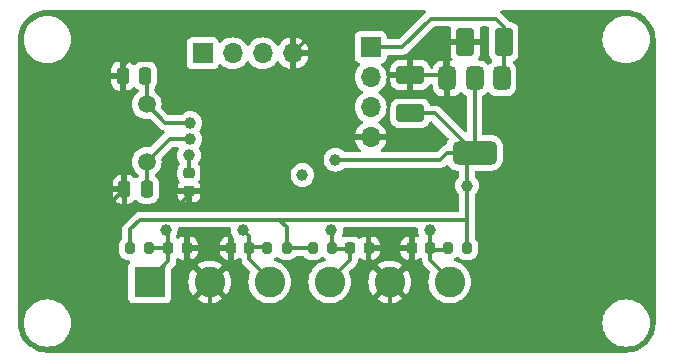
<source format=gbr>
%TF.GenerationSoftware,KiCad,Pcbnew,8.0.7*%
%TF.CreationDate,2025-04-18T18:12:16+03:00*%
%TF.ProjectId,PUBG_KEY,50554247-5f4b-4455-992e-6b696361645f,rev?*%
%TF.SameCoordinates,Original*%
%TF.FileFunction,Copper,L2,Bot*%
%TF.FilePolarity,Positive*%
%FSLAX46Y46*%
G04 Gerber Fmt 4.6, Leading zero omitted, Abs format (unit mm)*
G04 Created by KiCad (PCBNEW 8.0.7) date 2025-04-18 18:12:16*
%MOMM*%
%LPD*%
G01*
G04 APERTURE LIST*
G04 Aperture macros list*
%AMRoundRect*
0 Rectangle with rounded corners*
0 $1 Rounding radius*
0 $2 $3 $4 $5 $6 $7 $8 $9 X,Y pos of 4 corners*
0 Add a 4 corners polygon primitive as box body*
4,1,4,$2,$3,$4,$5,$6,$7,$8,$9,$2,$3,0*
0 Add four circle primitives for the rounded corners*
1,1,$1+$1,$2,$3*
1,1,$1+$1,$4,$5*
1,1,$1+$1,$6,$7*
1,1,$1+$1,$8,$9*
0 Add four rect primitives between the rounded corners*
20,1,$1+$1,$2,$3,$4,$5,0*
20,1,$1+$1,$4,$5,$6,$7,0*
20,1,$1+$1,$6,$7,$8,$9,0*
20,1,$1+$1,$8,$9,$2,$3,0*%
G04 Aperture macros list end*
%TA.AperFunction,ComponentPad*%
%ADD10R,1.700000X1.700000*%
%TD*%
%TA.AperFunction,ComponentPad*%
%ADD11O,1.700000X1.700000*%
%TD*%
%TA.AperFunction,ComponentPad*%
%ADD12R,2.600000X2.600000*%
%TD*%
%TA.AperFunction,ComponentPad*%
%ADD13C,2.600000*%
%TD*%
%TA.AperFunction,ComponentPad*%
%ADD14C,1.500000*%
%TD*%
%TA.AperFunction,SMDPad,CuDef*%
%ADD15RoundRect,0.250001X0.924999X-0.499999X0.924999X0.499999X-0.924999X0.499999X-0.924999X-0.499999X0*%
%TD*%
%TA.AperFunction,SMDPad,CuDef*%
%ADD16RoundRect,0.225000X0.225000X0.250000X-0.225000X0.250000X-0.225000X-0.250000X0.225000X-0.250000X0*%
%TD*%
%TA.AperFunction,SMDPad,CuDef*%
%ADD17RoundRect,0.200000X0.200000X0.275000X-0.200000X0.275000X-0.200000X-0.275000X0.200000X-0.275000X0*%
%TD*%
%TA.AperFunction,SMDPad,CuDef*%
%ADD18RoundRect,0.250000X-0.250000X-0.475000X0.250000X-0.475000X0.250000X0.475000X-0.250000X0.475000X0*%
%TD*%
%TA.AperFunction,SMDPad,CuDef*%
%ADD19RoundRect,0.375000X-0.375000X0.625000X-0.375000X-0.625000X0.375000X-0.625000X0.375000X0.625000X0*%
%TD*%
%TA.AperFunction,SMDPad,CuDef*%
%ADD20RoundRect,0.500000X-1.400000X0.500000X-1.400000X-0.500000X1.400000X-0.500000X1.400000X0.500000X0*%
%TD*%
%TA.AperFunction,SMDPad,CuDef*%
%ADD21RoundRect,0.250001X0.499999X0.924999X-0.499999X0.924999X-0.499999X-0.924999X0.499999X-0.924999X0*%
%TD*%
%TA.AperFunction,SMDPad,CuDef*%
%ADD22RoundRect,0.225000X-0.250000X0.225000X-0.250000X-0.225000X0.250000X-0.225000X0.250000X0.225000X0*%
%TD*%
%TA.AperFunction,SMDPad,CuDef*%
%ADD23RoundRect,0.225000X-0.225000X-0.250000X0.225000X-0.250000X0.225000X0.250000X-0.225000X0.250000X0*%
%TD*%
%TA.AperFunction,SMDPad,CuDef*%
%ADD24RoundRect,0.200000X-0.200000X-0.275000X0.200000X-0.275000X0.200000X0.275000X-0.200000X0.275000X0*%
%TD*%
%TA.AperFunction,ViaPad*%
%ADD25C,1.000000*%
%TD*%
%TA.AperFunction,Conductor*%
%ADD26C,0.300000*%
%TD*%
%TA.AperFunction,Conductor*%
%ADD27C,0.200000*%
%TD*%
G04 APERTURE END LIST*
D10*
%TO.P,USB,1,VBUS*%
%TO.N,+5V*%
X80910000Y-70305000D03*
D11*
%TO.P,USB,2,D-*%
%TO.N,Net-(J2-D-)*%
X80910000Y-72845000D03*
%TO.P,USB,3,D+*%
%TO.N,Net-(J2-D+)*%
X80910000Y-75385000D03*
%TO.P,USB,4,ID*%
%TO.N,GND*%
X80910000Y-77925000D03*
%TD*%
D12*
%TO.P,J3,1,Pin_1*%
%TO.N,KEY1*%
X62190000Y-90190000D03*
D13*
%TO.P,J3,2,Pin_2*%
%TO.N,GND*%
X67270000Y-90190000D03*
%TO.P,J3,3,Pin_3*%
%TO.N,KEY2*%
X72350000Y-90190000D03*
%TO.P,J3,4,Pin_4*%
%TO.N,KEY3*%
X77430000Y-90190000D03*
%TO.P,J3,5,Pin_5*%
%TO.N,GND*%
X82510000Y-90190000D03*
%TO.P,J3,6,Pin_6*%
%TO.N,KEY4*%
X87590000Y-90190000D03*
%TD*%
D14*
%TO.P,Y1,1,1*%
%TO.N,PD0*%
X61950000Y-75150000D03*
%TO.P,Y1,2,2*%
%TO.N,PD1*%
X61950000Y-80030000D03*
%TD*%
D10*
%TO.P,Debug,1,Pin_1*%
%TO.N,VDD*%
X66690000Y-70830000D03*
D11*
%TO.P,Debug,2,Pin_2*%
%TO.N,SWDIO*%
X69230000Y-70830000D03*
%TO.P,Debug,3,Pin_3*%
%TO.N,SWCLK*%
X71770000Y-70830000D03*
%TO.P,Debug,4,Pin_4*%
%TO.N,GND*%
X74310000Y-70830000D03*
%TD*%
D15*
%TO.P,C2,1*%
%TO.N,VDD*%
X84255000Y-75915000D03*
%TO.P,C2,2*%
%TO.N,GND*%
X84255000Y-72665000D03*
%TD*%
D16*
%TO.P,C10,1*%
%TO.N,KEY2*%
X70625000Y-87330000D03*
%TO.P,C10,2*%
%TO.N,GND*%
X69075000Y-87330000D03*
%TD*%
D17*
%TO.P,R7,1*%
%TO.N,KEY3*%
X77660000Y-87330000D03*
%TO.P,R7,2*%
%TO.N,VDD*%
X76010000Y-87330000D03*
%TD*%
D16*
%TO.P,C12,1*%
%TO.N,KEY4*%
X85925000Y-87330000D03*
%TO.P,C12,2*%
%TO.N,GND*%
X84375000Y-87330000D03*
%TD*%
D18*
%TO.P,C6,1*%
%TO.N,GND*%
X60060000Y-82330000D03*
%TO.P,C6,2*%
%TO.N,PD1*%
X61960000Y-82330000D03*
%TD*%
D19*
%TO.P,U2,1,GND*%
%TO.N,GND*%
X87400000Y-72960000D03*
%TO.P,U2,2,VO*%
%TO.N,VDD*%
X89700000Y-72960000D03*
D20*
X89700000Y-79260000D03*
D19*
%TO.P,U2,3,VI*%
%TO.N,+5V*%
X92000000Y-72960000D03*
%TD*%
D21*
%TO.P,C1,1*%
%TO.N,+5V*%
X92170000Y-69860000D03*
%TO.P,C1,2*%
%TO.N,GND*%
X88920000Y-69860000D03*
%TD*%
D22*
%TO.P,C8,1*%
%TO.N,Net-(U1-NRST)*%
X65520000Y-80960000D03*
%TO.P,C8,2*%
%TO.N,GND*%
X65520000Y-82510000D03*
%TD*%
D23*
%TO.P,C11,1*%
%TO.N,KEY3*%
X79175000Y-87330000D03*
%TO.P,C11,2*%
%TO.N,GND*%
X80725000Y-87330000D03*
%TD*%
D18*
%TO.P,C5,1*%
%TO.N,GND*%
X59920000Y-72760000D03*
%TO.P,C5,2*%
%TO.N,PD0*%
X61820000Y-72760000D03*
%TD*%
D24*
%TO.P,R6,1*%
%TO.N,KEY2*%
X72135000Y-87330000D03*
%TO.P,R6,2*%
%TO.N,VDD*%
X73785000Y-87330000D03*
%TD*%
D23*
%TO.P,C9,1*%
%TO.N,KEY1*%
X63785000Y-87330000D03*
%TO.P,C9,2*%
%TO.N,GND*%
X65335000Y-87330000D03*
%TD*%
D17*
%TO.P,R5,1*%
%TO.N,KEY1*%
X62155000Y-87330000D03*
%TO.P,R5,2*%
%TO.N,VDD*%
X60505000Y-87330000D03*
%TD*%
D24*
%TO.P,R8,1*%
%TO.N,KEY4*%
X87420000Y-87330000D03*
%TO.P,R8,2*%
%TO.N,VDD*%
X89070000Y-87330000D03*
%TD*%
D25*
%TO.N,GND*%
X83180000Y-67790000D03*
X65770000Y-73490000D03*
X87225000Y-70580000D03*
%TO.N,VDD*%
X89070000Y-82050000D03*
X77920000Y-79850000D03*
%TO.N,PD0*%
X65620000Y-76730000D03*
%TO.N,PD1*%
X65650000Y-78100000D03*
%TO.N,Net-(U1-NRST)*%
X65520000Y-79470000D03*
%TO.N,KEY1*%
X63560000Y-85760000D03*
%TO.N,KEY2*%
X70100000Y-85810000D03*
%TO.N,KEY3*%
X77540000Y-85830000D03*
%TO.N,KEY4*%
X85920000Y-85810000D03*
%TO.N,LED*%
X75131459Y-81128541D03*
%TD*%
D26*
%TO.N,+5V*%
X92170000Y-69860000D02*
X92170000Y-72790000D01*
X83585000Y-70305000D02*
X85980000Y-67910000D01*
X92170000Y-72790000D02*
X92000000Y-72960000D01*
X91490000Y-67910000D02*
X92170000Y-68590000D01*
X80910000Y-70305000D02*
X83585000Y-70305000D01*
X85980000Y-67910000D02*
X91490000Y-67910000D01*
X92275000Y-69965000D02*
X92170000Y-69860000D01*
X92170000Y-68590000D02*
X92170000Y-69860000D01*
%TO.N,GND*%
X63570000Y-71290000D02*
X63560000Y-71290000D01*
X68140000Y-92900000D02*
X81620000Y-92900000D01*
X87225000Y-72785000D02*
X87400000Y-72960000D01*
X60550000Y-84030000D02*
X64340000Y-84030000D01*
X58990000Y-91260000D02*
X58990000Y-83400000D01*
X87225000Y-70250000D02*
X87225000Y-70580000D01*
X63560000Y-71290000D02*
X63460000Y-71190000D01*
X69075000Y-88245000D02*
X67300000Y-90020000D01*
X84255000Y-72665000D02*
X87105000Y-72665000D01*
X82540000Y-90020000D02*
X80725000Y-88205000D01*
X88920000Y-69860000D02*
X87615000Y-69860000D01*
X67300000Y-90020000D02*
X65335000Y-88055000D01*
X69075000Y-87270000D02*
X69075000Y-88245000D01*
X65335000Y-88055000D02*
X65335000Y-87350000D01*
X65770000Y-73490000D02*
X63570000Y-71290000D01*
X87105000Y-72665000D02*
X87400000Y-72960000D01*
X60630000Y-92900000D02*
X58990000Y-91260000D01*
X63460000Y-71190000D02*
X60580000Y-71190000D01*
X60580000Y-71190000D02*
X59920000Y-71850000D01*
X65770000Y-73490000D02*
X73490000Y-73490000D01*
X82540000Y-91980000D02*
X82540000Y-90020000D01*
X73490000Y-73490000D02*
X74310000Y-72670000D01*
X87225000Y-70580000D02*
X87225000Y-72785000D01*
D27*
X59920000Y-82190000D02*
X60060000Y-82330000D01*
D26*
X60060000Y-82330000D02*
X60060000Y-83540000D01*
X68140000Y-92900000D02*
X60630000Y-92900000D01*
X59920000Y-72760000D02*
X59920000Y-82190000D01*
X67300000Y-92060000D02*
X68140000Y-92900000D01*
X82540000Y-90020000D02*
X84375000Y-88185000D01*
X74310000Y-72670000D02*
X74310000Y-70830000D01*
X77350000Y-67790000D02*
X83180000Y-67790000D01*
X80725000Y-88205000D02*
X80725000Y-87410000D01*
X84375000Y-88185000D02*
X84375000Y-87460000D01*
X81620000Y-92900000D02*
X82540000Y-91980000D01*
D27*
X65520000Y-82850000D02*
X65520000Y-82510000D01*
D26*
X87615000Y-69860000D02*
X87225000Y-70250000D01*
X64340000Y-84030000D02*
X65520000Y-82850000D01*
X58990000Y-83400000D02*
X60060000Y-82330000D01*
D27*
X60060000Y-72900000D02*
X59920000Y-72760000D01*
D26*
X59920000Y-71850000D02*
X59920000Y-72760000D01*
X60060000Y-83540000D02*
X60550000Y-84030000D01*
X67300000Y-90020000D02*
X67300000Y-92060000D01*
X74310000Y-70830000D02*
X77350000Y-67790000D01*
%TO.N,VDD*%
X89020000Y-84910000D02*
X89070000Y-84860000D01*
X86810000Y-79850000D02*
X87400000Y-79260000D01*
X61340000Y-84910000D02*
X73160000Y-84910000D01*
X89700000Y-72960000D02*
X89700000Y-79260000D01*
X89070000Y-82050000D02*
X89070000Y-79890000D01*
X77920000Y-79850000D02*
X86810000Y-79850000D01*
X87400000Y-79260000D02*
X89700000Y-79260000D01*
X73785000Y-85535000D02*
X73785000Y-87330000D01*
X89070000Y-79890000D02*
X89700000Y-79260000D01*
X73160000Y-84910000D02*
X89020000Y-84910000D01*
X60505000Y-87330000D02*
X60505000Y-85745000D01*
X84255000Y-75915000D02*
X86355000Y-75915000D01*
X89070000Y-84860000D02*
X89070000Y-82050000D01*
X76010000Y-87330000D02*
X73785000Y-87330000D01*
X60505000Y-85745000D02*
X61340000Y-84910000D01*
X86355000Y-75915000D02*
X89700000Y-79260000D01*
X89070000Y-87330000D02*
X89070000Y-84860000D01*
X73160000Y-84910000D02*
X73785000Y-85535000D01*
%TO.N,PD0*%
X63530000Y-76730000D02*
X61950000Y-75150000D01*
D27*
X61950000Y-75150000D02*
X61950000Y-74900000D01*
X61950000Y-74900000D02*
X61820000Y-74770000D01*
D26*
X61950000Y-75150000D02*
X61950000Y-72890000D01*
D27*
X61950000Y-72890000D02*
X61820000Y-72760000D01*
D26*
X65620000Y-76730000D02*
X63530000Y-76730000D01*
%TO.N,PD1*%
X65650000Y-78100000D02*
X63880000Y-78100000D01*
X63880000Y-78100000D02*
X61950000Y-80030000D01*
X61950000Y-82320000D02*
X61960000Y-82330000D01*
X61950000Y-80030000D02*
X61950000Y-82320000D01*
%TO.N,Net-(U1-NRST)*%
X65520000Y-79470000D02*
X65520000Y-80960000D01*
%TO.N,KEY1*%
X63785000Y-87330000D02*
X63785000Y-85985000D01*
X63765000Y-87330000D02*
X63785000Y-87350000D01*
X63785000Y-87350000D02*
X63785000Y-88455000D01*
X63785000Y-85985000D02*
X63560000Y-85760000D01*
X62155000Y-87330000D02*
X63765000Y-87330000D01*
X63785000Y-88455000D02*
X62220000Y-90020000D01*
%TO.N,KEY2*%
X70625000Y-87330000D02*
X70625000Y-86335000D01*
X70625000Y-87270000D02*
X72125000Y-87270000D01*
X72125000Y-87270000D02*
X72135000Y-87280000D01*
X70625000Y-88265000D02*
X72380000Y-90020000D01*
X70625000Y-86335000D02*
X70100000Y-85810000D01*
X70625000Y-87270000D02*
X70625000Y-88265000D01*
%TO.N,KEY3*%
X77660000Y-85950000D02*
X77540000Y-85830000D01*
X77660000Y-87420000D02*
X79165000Y-87420000D01*
X79165000Y-87420000D02*
X79175000Y-87410000D01*
X79175000Y-87410000D02*
X79175000Y-88305000D01*
X79175000Y-88305000D02*
X77460000Y-90020000D01*
X77660000Y-87330000D02*
X77660000Y-85950000D01*
%TO.N,KEY4*%
X85925000Y-87330000D02*
X85925000Y-85815000D01*
X85925000Y-88325000D02*
X87620000Y-90020000D01*
X85925000Y-85815000D02*
X85920000Y-85810000D01*
X87380000Y-87460000D02*
X87420000Y-87420000D01*
X85925000Y-87460000D02*
X85925000Y-88325000D01*
X85925000Y-87460000D02*
X87380000Y-87460000D01*
%TD*%
%TA.AperFunction,Conductor*%
%TO.N,GND*%
G36*
X85514336Y-67190462D02*
G01*
X85568874Y-67245000D01*
X85588836Y-67319500D01*
X85568874Y-67394000D01*
X85545195Y-67424859D01*
X83359195Y-69610859D01*
X83292400Y-69649423D01*
X83253836Y-69654500D01*
X82409499Y-69654500D01*
X82334999Y-69634538D01*
X82280461Y-69580000D01*
X82260499Y-69505500D01*
X82260499Y-69407136D01*
X82260499Y-69407128D01*
X82254091Y-69347517D01*
X82231709Y-69287508D01*
X82203797Y-69212670D01*
X82203795Y-69212666D01*
X82117547Y-69097455D01*
X82117544Y-69097452D01*
X82002333Y-69011204D01*
X82002329Y-69011202D01*
X81867482Y-68960908D01*
X81807876Y-68954500D01*
X80012136Y-68954500D01*
X80012111Y-68954502D01*
X79952521Y-68960908D01*
X79952515Y-68960909D01*
X79817670Y-69011202D01*
X79817666Y-69011204D01*
X79702455Y-69097452D01*
X79702452Y-69097455D01*
X79616204Y-69212666D01*
X79616202Y-69212670D01*
X79565908Y-69347517D01*
X79559500Y-69407114D01*
X79559500Y-71202863D01*
X79559502Y-71202888D01*
X79565908Y-71262478D01*
X79565909Y-71262484D01*
X79616202Y-71397329D01*
X79616204Y-71397333D01*
X79702452Y-71512544D01*
X79702455Y-71512547D01*
X79817666Y-71598795D01*
X79817668Y-71598795D01*
X79817669Y-71598796D01*
X79912633Y-71634215D01*
X79975460Y-71678953D01*
X80007501Y-71749111D01*
X80000170Y-71825890D01*
X79965923Y-71879179D01*
X79871509Y-71973593D01*
X79780095Y-72104147D01*
X79735965Y-72167171D01*
X79636097Y-72381337D01*
X79636096Y-72381340D01*
X79574937Y-72609590D01*
X79554341Y-72845000D01*
X79574937Y-73080409D01*
X79629758Y-73285008D01*
X79636097Y-73308663D01*
X79735965Y-73522830D01*
X79871505Y-73716401D01*
X80038599Y-73883495D01*
X80194913Y-73992947D01*
X80244489Y-74052030D01*
X80257882Y-74127986D01*
X80231503Y-74200463D01*
X80194912Y-74237054D01*
X80038597Y-74346506D01*
X79871507Y-74513596D01*
X79758491Y-74675001D01*
X79735965Y-74707171D01*
X79636097Y-74921337D01*
X79636096Y-74921340D01*
X79574937Y-75149590D01*
X79554341Y-75385000D01*
X79574937Y-75620409D01*
X79623375Y-75801186D01*
X79636097Y-75848663D01*
X79735965Y-76062830D01*
X79871505Y-76256401D01*
X80038599Y-76423495D01*
X80195349Y-76533253D01*
X80244925Y-76592335D01*
X80258318Y-76668291D01*
X80231939Y-76740768D01*
X80195348Y-76777358D01*
X80038923Y-76886888D01*
X79871891Y-77053920D01*
X79736402Y-77247419D01*
X79636568Y-77461512D01*
X79579364Y-77674999D01*
X79579364Y-77675000D01*
X80476988Y-77675000D01*
X80444075Y-77732007D01*
X80410000Y-77859174D01*
X80410000Y-77990826D01*
X80444075Y-78117993D01*
X80476988Y-78175000D01*
X79579364Y-78175000D01*
X79636568Y-78388489D01*
X79636569Y-78388491D01*
X79736400Y-78602579D01*
X79736406Y-78602588D01*
X79871888Y-78796076D01*
X80020953Y-78945141D01*
X80059517Y-79011936D01*
X80059517Y-79089064D01*
X80020953Y-79155859D01*
X79954158Y-79194423D01*
X79915594Y-79199500D01*
X78750910Y-79199500D01*
X78676410Y-79179538D01*
X78635732Y-79145025D01*
X78630885Y-79139119D01*
X78613681Y-79125000D01*
X78478538Y-79014090D01*
X78478532Y-79014087D01*
X78478526Y-79014083D01*
X78304731Y-78921187D01*
X78116134Y-78863976D01*
X77920000Y-78844659D01*
X77723865Y-78863976D01*
X77535268Y-78921187D01*
X77361473Y-79014083D01*
X77361465Y-79014088D01*
X77361463Y-79014089D01*
X77361462Y-79014090D01*
X77209117Y-79139117D01*
X77098530Y-79273868D01*
X77084088Y-79291465D01*
X77084083Y-79291473D01*
X76991187Y-79465268D01*
X76933976Y-79653865D01*
X76914659Y-79850000D01*
X76933976Y-80046134D01*
X76991187Y-80234731D01*
X77084083Y-80408526D01*
X77084087Y-80408532D01*
X77084090Y-80408538D01*
X77209117Y-80560883D01*
X77361462Y-80685910D01*
X77361471Y-80685915D01*
X77361473Y-80685916D01*
X77535268Y-80778812D01*
X77535270Y-80778812D01*
X77535273Y-80778814D01*
X77723868Y-80836024D01*
X77920000Y-80855341D01*
X78116132Y-80836024D01*
X78304727Y-80778814D01*
X78478538Y-80685910D01*
X78630883Y-80560883D01*
X78635732Y-80554975D01*
X78698425Y-80510050D01*
X78750910Y-80500500D01*
X86874065Y-80500500D01*
X86874069Y-80500500D01*
X86999744Y-80475501D01*
X87118127Y-80426465D01*
X87159510Y-80398814D01*
X87224669Y-80355277D01*
X87256656Y-80323289D01*
X87323446Y-80284726D01*
X87400574Y-80284724D01*
X87467370Y-80323286D01*
X87477491Y-80334488D01*
X87588891Y-80471109D01*
X87588895Y-80471113D01*
X87746586Y-80599693D01*
X87746589Y-80599694D01*
X87746593Y-80599698D01*
X87926951Y-80693909D01*
X88122582Y-80749886D01*
X88241963Y-80760500D01*
X88270498Y-80760499D01*
X88344996Y-80780459D01*
X88399535Y-80834995D01*
X88419500Y-80909494D01*
X88419500Y-81219089D01*
X88399538Y-81293589D01*
X88365032Y-81334262D01*
X88359118Y-81339115D01*
X88234088Y-81491465D01*
X88234083Y-81491473D01*
X88141187Y-81665268D01*
X88083976Y-81853865D01*
X88064659Y-82050000D01*
X88083976Y-82246134D01*
X88141187Y-82434731D01*
X88234083Y-82608526D01*
X88234087Y-82608532D01*
X88234090Y-82608538D01*
X88359117Y-82760883D01*
X88359119Y-82760885D01*
X88365025Y-82765732D01*
X88409950Y-82828425D01*
X88419500Y-82880910D01*
X88419500Y-84110500D01*
X88399538Y-84185000D01*
X88345000Y-84239538D01*
X88270500Y-84259500D01*
X61275927Y-84259500D01*
X61155101Y-84283535D01*
X61150256Y-84284498D01*
X61031878Y-84333532D01*
X61031870Y-84333537D01*
X60925331Y-84404723D01*
X60925329Y-84404724D01*
X59999725Y-85330329D01*
X59999724Y-85330329D01*
X59942966Y-85415276D01*
X59942964Y-85415278D01*
X59928538Y-85436866D01*
X59928531Y-85436880D01*
X59879499Y-85555254D01*
X59879498Y-85555256D01*
X59854500Y-85680927D01*
X59854500Y-86453125D01*
X59834538Y-86527625D01*
X59810859Y-86558484D01*
X59749527Y-86619815D01*
X59661524Y-86765391D01*
X59661521Y-86765396D01*
X59659615Y-86771514D01*
X59610914Y-86927804D01*
X59604500Y-86998384D01*
X59604500Y-87661616D01*
X59610914Y-87732196D01*
X59661522Y-87894606D01*
X59680000Y-87925172D01*
X59747969Y-88037607D01*
X59749528Y-88040185D01*
X59869815Y-88160472D01*
X60015394Y-88248478D01*
X60177804Y-88299086D01*
X60248384Y-88305500D01*
X60248391Y-88305500D01*
X60404685Y-88305500D01*
X60479185Y-88325462D01*
X60533723Y-88380000D01*
X60553685Y-88454500D01*
X60533723Y-88529000D01*
X60523965Y-88543793D01*
X60446205Y-88647666D01*
X60446202Y-88647670D01*
X60395908Y-88782517D01*
X60389500Y-88842114D01*
X60389500Y-91537863D01*
X60389502Y-91537888D01*
X60395908Y-91597478D01*
X60395909Y-91597484D01*
X60446202Y-91732329D01*
X60446204Y-91732333D01*
X60532452Y-91847544D01*
X60532455Y-91847547D01*
X60647666Y-91933795D01*
X60647670Y-91933797D01*
X60782517Y-91984091D01*
X60842114Y-91990499D01*
X60842118Y-91990499D01*
X60842127Y-91990500D01*
X63537872Y-91990499D01*
X63597483Y-91984091D01*
X63693447Y-91948298D01*
X63732329Y-91933797D01*
X63732333Y-91933795D01*
X63789938Y-91890671D01*
X63847546Y-91847546D01*
X63890671Y-91789938D01*
X63933795Y-91732333D01*
X63933797Y-91732329D01*
X63959136Y-91664390D01*
X63984091Y-91597483D01*
X63985823Y-91581370D01*
X63990499Y-91537885D01*
X63990499Y-91537882D01*
X63990500Y-91537873D01*
X63990499Y-90189995D01*
X65464953Y-90189995D01*
X65464953Y-90190004D01*
X65485112Y-90459016D01*
X65485115Y-90459038D01*
X65545143Y-90722039D01*
X65545145Y-90722046D01*
X65643707Y-90973176D01*
X65643709Y-90973181D01*
X65778599Y-91206816D01*
X65778604Y-91206824D01*
X65832295Y-91274150D01*
X66668958Y-90437487D01*
X66693978Y-90497890D01*
X66765112Y-90604351D01*
X66855649Y-90694888D01*
X66962110Y-90766022D01*
X67022511Y-90791041D01*
X66184849Y-91628702D01*
X66367481Y-91753219D01*
X66610532Y-91870266D01*
X66610553Y-91870274D01*
X66868333Y-91949789D01*
X66868337Y-91949790D01*
X67135105Y-91989999D01*
X67135112Y-91990000D01*
X67404888Y-91990000D01*
X67404894Y-91989999D01*
X67671662Y-91949790D01*
X67671666Y-91949789D01*
X67929449Y-91870273D01*
X67929453Y-91870272D01*
X68172526Y-91753215D01*
X68172533Y-91753211D01*
X68355150Y-91628703D01*
X67517488Y-90791041D01*
X67577890Y-90766022D01*
X67684351Y-90694888D01*
X67774888Y-90604351D01*
X67846022Y-90497890D01*
X67871041Y-90437488D01*
X68707703Y-91274150D01*
X68707704Y-91274150D01*
X68761393Y-91206828D01*
X68761398Y-91206820D01*
X68896290Y-90973181D01*
X68896292Y-90973176D01*
X68994854Y-90722046D01*
X68994856Y-90722039D01*
X69054884Y-90459038D01*
X69054887Y-90459016D01*
X69075047Y-90190004D01*
X69075047Y-90189995D01*
X69054887Y-89920983D01*
X69054884Y-89920961D01*
X68994856Y-89657960D01*
X68994854Y-89657953D01*
X68896292Y-89406823D01*
X68896290Y-89406818D01*
X68761400Y-89173183D01*
X68761395Y-89173175D01*
X68707703Y-89105848D01*
X67871041Y-89942510D01*
X67846022Y-89882110D01*
X67774888Y-89775649D01*
X67684351Y-89685112D01*
X67577890Y-89613978D01*
X67517487Y-89588957D01*
X68355149Y-88751296D01*
X68172521Y-88626782D01*
X67929453Y-88509727D01*
X67929449Y-88509726D01*
X67671666Y-88430210D01*
X67671662Y-88430209D01*
X67404894Y-88390000D01*
X67135105Y-88390000D01*
X66868337Y-88430209D01*
X66868333Y-88430210D01*
X66610553Y-88509725D01*
X66610532Y-88509733D01*
X66367478Y-88626782D01*
X66184849Y-88751295D01*
X66184849Y-88751296D01*
X67022511Y-89588958D01*
X66962110Y-89613978D01*
X66855649Y-89685112D01*
X66765112Y-89775649D01*
X66693978Y-89882110D01*
X66668958Y-89942511D01*
X65832295Y-89105848D01*
X65832294Y-89105848D01*
X65778603Y-89173176D01*
X65778600Y-89173181D01*
X65643709Y-89406818D01*
X65643707Y-89406823D01*
X65545145Y-89657953D01*
X65545143Y-89657960D01*
X65485115Y-89920961D01*
X65485112Y-89920983D01*
X65464953Y-90189995D01*
X63990499Y-90189995D01*
X63990499Y-89231162D01*
X64010461Y-89156663D01*
X64034136Y-89125808D01*
X64290276Y-88869669D01*
X64361465Y-88763127D01*
X64410501Y-88644744D01*
X64416790Y-88613127D01*
X64435500Y-88519069D01*
X64435500Y-88282752D01*
X64455462Y-88208252D01*
X64510000Y-88153714D01*
X64584500Y-88133752D01*
X64659000Y-88153714D01*
X64662723Y-88155936D01*
X64801516Y-88241547D01*
X64962392Y-88294855D01*
X65061689Y-88304999D01*
X65585000Y-88304999D01*
X65608310Y-88304999D01*
X65707606Y-88294855D01*
X65707609Y-88294855D01*
X65868485Y-88241546D01*
X66012732Y-88152572D01*
X66132572Y-88032732D01*
X66221546Y-87888485D01*
X66274856Y-87727603D01*
X66274857Y-87727603D01*
X66284999Y-87628325D01*
X66285000Y-87628315D01*
X66285000Y-87628309D01*
X68125001Y-87628309D01*
X68135144Y-87727606D01*
X68135144Y-87727609D01*
X68188453Y-87888485D01*
X68277427Y-88032732D01*
X68397267Y-88152572D01*
X68541514Y-88241546D01*
X68702392Y-88294855D01*
X68801689Y-88304999D01*
X68824999Y-88304998D01*
X68825000Y-88304998D01*
X68825000Y-87580000D01*
X68125001Y-87580000D01*
X68125001Y-87628309D01*
X66285000Y-87628309D01*
X66285000Y-87580000D01*
X65585000Y-87580000D01*
X65585000Y-88304999D01*
X65061689Y-88304999D01*
X65084999Y-88304998D01*
X65085000Y-88304998D01*
X65085000Y-87080000D01*
X65585000Y-87080000D01*
X66284999Y-87080000D01*
X66284999Y-87031690D01*
X66284997Y-87031674D01*
X68125000Y-87031674D01*
X68125000Y-87080000D01*
X68825000Y-87080000D01*
X68825000Y-86354999D01*
X68801691Y-86355000D01*
X68801690Y-86355000D01*
X68702393Y-86365144D01*
X68702390Y-86365144D01*
X68541514Y-86418453D01*
X68397267Y-86507427D01*
X68277427Y-86627267D01*
X68188453Y-86771514D01*
X68135143Y-86932396D01*
X68135142Y-86932396D01*
X68125000Y-87031674D01*
X66284997Y-87031674D01*
X66274855Y-86932393D01*
X66274855Y-86932390D01*
X66221546Y-86771514D01*
X66132572Y-86627267D01*
X66012732Y-86507427D01*
X65868485Y-86418453D01*
X65707603Y-86365143D01*
X65707603Y-86365142D01*
X65608325Y-86355000D01*
X65585000Y-86355000D01*
X65585000Y-87080000D01*
X65085000Y-87080000D01*
X65085000Y-86354999D01*
X65061691Y-86355000D01*
X65061690Y-86355000D01*
X64962393Y-86365144D01*
X64962390Y-86365144D01*
X64801514Y-86418453D01*
X64662722Y-86504063D01*
X64588834Y-86526184D01*
X64513785Y-86508397D01*
X64457684Y-86455469D01*
X64435563Y-86381581D01*
X64435500Y-86377247D01*
X64435500Y-86281792D01*
X64453093Y-86211555D01*
X64488814Y-86144727D01*
X64546024Y-85956132D01*
X64565341Y-85760000D01*
X64561806Y-85724104D01*
X64574369Y-85648007D01*
X64623298Y-85588386D01*
X64695483Y-85561218D01*
X64710088Y-85560500D01*
X68954836Y-85560500D01*
X69029336Y-85580462D01*
X69083874Y-85635000D01*
X69103836Y-85709500D01*
X69103119Y-85724101D01*
X69099504Y-85760805D01*
X69094659Y-85809999D01*
X69113976Y-86006134D01*
X69171187Y-86194731D01*
X69264085Y-86368531D01*
X69264088Y-86368535D01*
X69264090Y-86368538D01*
X69291178Y-86401545D01*
X69323009Y-86471795D01*
X69325000Y-86496069D01*
X69325000Y-88304999D01*
X69348310Y-88304999D01*
X69447606Y-88294855D01*
X69447609Y-88294855D01*
X69608483Y-88241547D01*
X69747277Y-88155936D01*
X69821165Y-88133815D01*
X69896214Y-88151601D01*
X69952316Y-88204529D01*
X69974437Y-88278417D01*
X69974500Y-88282752D01*
X69974500Y-88329072D01*
X69987796Y-88395910D01*
X69999498Y-88454742D01*
X70048532Y-88573121D01*
X70048533Y-88573123D01*
X70048535Y-88573127D01*
X70119722Y-88679667D01*
X70119723Y-88679669D01*
X70689055Y-89249001D01*
X70727619Y-89315796D01*
X70727619Y-89392924D01*
X70722396Y-89408796D01*
X70624665Y-89657805D01*
X70624663Y-89657812D01*
X70564618Y-89920886D01*
X70564615Y-89920909D01*
X70544451Y-90189994D01*
X70544451Y-90190005D01*
X70564615Y-90459090D01*
X70564618Y-90459113D01*
X70624663Y-90722187D01*
X70624665Y-90722194D01*
X70723170Y-90973176D01*
X70723257Y-90973398D01*
X70858185Y-91207102D01*
X71026439Y-91418085D01*
X71224259Y-91601635D01*
X71447226Y-91753651D01*
X71690359Y-91870738D01*
X71948228Y-91950280D01*
X72215071Y-91990500D01*
X72215074Y-91990500D01*
X72484926Y-91990500D01*
X72484929Y-91990500D01*
X72751772Y-91950280D01*
X73009641Y-91870738D01*
X73252775Y-91753651D01*
X73475741Y-91601635D01*
X73673561Y-91418085D01*
X73841815Y-91207102D01*
X73976743Y-90973398D01*
X74075334Y-90722195D01*
X74135383Y-90459103D01*
X74155549Y-90190000D01*
X74135389Y-89920983D01*
X74135384Y-89920909D01*
X74135383Y-89920907D01*
X74135383Y-89920897D01*
X74135381Y-89920891D01*
X74135381Y-89920886D01*
X74075336Y-89657812D01*
X74075334Y-89657805D01*
X73977604Y-89408796D01*
X73976743Y-89406602D01*
X73841815Y-89172898D01*
X73673561Y-88961915D01*
X73475741Y-88778365D01*
X73252775Y-88626349D01*
X73252772Y-88626348D01*
X73252770Y-88626346D01*
X73009650Y-88509266D01*
X73009646Y-88509264D01*
X73009641Y-88509262D01*
X73009633Y-88509259D01*
X73009629Y-88509258D01*
X72786629Y-88440471D01*
X72721323Y-88399436D01*
X72685284Y-88331246D01*
X72688168Y-88254172D01*
X72729203Y-88188866D01*
X72753468Y-88170578D01*
X72770182Y-88160474D01*
X72770182Y-88160473D01*
X72770185Y-88160472D01*
X72854641Y-88076016D01*
X72921436Y-88037452D01*
X72998564Y-88037452D01*
X73065359Y-88076016D01*
X73149815Y-88160472D01*
X73295394Y-88248478D01*
X73457804Y-88299086D01*
X73528384Y-88305500D01*
X73528391Y-88305500D01*
X74041609Y-88305500D01*
X74041616Y-88305500D01*
X74112196Y-88299086D01*
X74274606Y-88248478D01*
X74420185Y-88160472D01*
X74540472Y-88040185D01*
X74540474Y-88040180D01*
X74542492Y-88037607D01*
X74544736Y-88035920D01*
X74546845Y-88033812D01*
X74547144Y-88034111D01*
X74604152Y-87991274D01*
X74659781Y-87980500D01*
X75135219Y-87980500D01*
X75209719Y-88000462D01*
X75248146Y-88033820D01*
X75248155Y-88033812D01*
X75248277Y-88033934D01*
X75252508Y-88037607D01*
X75254527Y-88040184D01*
X75254528Y-88040185D01*
X75374815Y-88160472D01*
X75520394Y-88248478D01*
X75682804Y-88299086D01*
X75753384Y-88305500D01*
X75753391Y-88305500D01*
X76266609Y-88305500D01*
X76266616Y-88305500D01*
X76337196Y-88299086D01*
X76499606Y-88248478D01*
X76645185Y-88160472D01*
X76729641Y-88076016D01*
X76796436Y-88037452D01*
X76873564Y-88037452D01*
X76940359Y-88076016D01*
X77024815Y-88160472D01*
X77036464Y-88167514D01*
X77089893Y-88223138D01*
X77108353Y-88298024D01*
X77086896Y-88372108D01*
X77031272Y-88425537D01*
X77003302Y-88437407D01*
X76770370Y-88509258D01*
X76770349Y-88509266D01*
X76527227Y-88626348D01*
X76304259Y-88778364D01*
X76106438Y-88961915D01*
X75938189Y-89172892D01*
X75938186Y-89172896D01*
X75938185Y-89172898D01*
X75909671Y-89222284D01*
X75803257Y-89406601D01*
X75803255Y-89406606D01*
X75704665Y-89657805D01*
X75704663Y-89657812D01*
X75644618Y-89920886D01*
X75644615Y-89920909D01*
X75624451Y-90189994D01*
X75624451Y-90190005D01*
X75644615Y-90459090D01*
X75644618Y-90459113D01*
X75704663Y-90722187D01*
X75704665Y-90722194D01*
X75803170Y-90973176D01*
X75803257Y-90973398D01*
X75938185Y-91207102D01*
X76106439Y-91418085D01*
X76304259Y-91601635D01*
X76527226Y-91753651D01*
X76770359Y-91870738D01*
X77028228Y-91950280D01*
X77295071Y-91990500D01*
X77295074Y-91990500D01*
X77564926Y-91990500D01*
X77564929Y-91990500D01*
X77831772Y-91950280D01*
X78089641Y-91870738D01*
X78332775Y-91753651D01*
X78555741Y-91601635D01*
X78753561Y-91418085D01*
X78921815Y-91207102D01*
X79056743Y-90973398D01*
X79155334Y-90722195D01*
X79215383Y-90459103D01*
X79235549Y-90190000D01*
X79235549Y-90189995D01*
X80704953Y-90189995D01*
X80704953Y-90190004D01*
X80725112Y-90459016D01*
X80725115Y-90459038D01*
X80785143Y-90722039D01*
X80785145Y-90722046D01*
X80883707Y-90973176D01*
X80883709Y-90973181D01*
X81018599Y-91206816D01*
X81018604Y-91206824D01*
X81072295Y-91274150D01*
X81908958Y-90437487D01*
X81933978Y-90497890D01*
X82005112Y-90604351D01*
X82095649Y-90694888D01*
X82202110Y-90766022D01*
X82262511Y-90791041D01*
X81424849Y-91628702D01*
X81607481Y-91753219D01*
X81850532Y-91870266D01*
X81850553Y-91870274D01*
X82108333Y-91949789D01*
X82108337Y-91949790D01*
X82375105Y-91989999D01*
X82375112Y-91990000D01*
X82644888Y-91990000D01*
X82644894Y-91989999D01*
X82911662Y-91949790D01*
X82911666Y-91949789D01*
X83169449Y-91870273D01*
X83169453Y-91870272D01*
X83412526Y-91753215D01*
X83412533Y-91753211D01*
X83595150Y-91628703D01*
X82757488Y-90791041D01*
X82817890Y-90766022D01*
X82924351Y-90694888D01*
X83014888Y-90604351D01*
X83086022Y-90497890D01*
X83111041Y-90437488D01*
X83947703Y-91274150D01*
X83947704Y-91274150D01*
X84001393Y-91206828D01*
X84001398Y-91206820D01*
X84136290Y-90973181D01*
X84136292Y-90973176D01*
X84234854Y-90722046D01*
X84234856Y-90722039D01*
X84294884Y-90459038D01*
X84294887Y-90459016D01*
X84315047Y-90190004D01*
X84315047Y-90189995D01*
X84294887Y-89920983D01*
X84294884Y-89920961D01*
X84234856Y-89657960D01*
X84234854Y-89657953D01*
X84136292Y-89406823D01*
X84136290Y-89406818D01*
X84001400Y-89173183D01*
X84001395Y-89173175D01*
X83947703Y-89105848D01*
X83111041Y-89942510D01*
X83086022Y-89882110D01*
X83014888Y-89775649D01*
X82924351Y-89685112D01*
X82817890Y-89613978D01*
X82757487Y-89588957D01*
X83595149Y-88751296D01*
X83412521Y-88626782D01*
X83169453Y-88509727D01*
X83169449Y-88509726D01*
X82911666Y-88430210D01*
X82911662Y-88430209D01*
X82644894Y-88390000D01*
X82375105Y-88390000D01*
X82108337Y-88430209D01*
X82108333Y-88430210D01*
X81850553Y-88509725D01*
X81850532Y-88509733D01*
X81607478Y-88626782D01*
X81424849Y-88751295D01*
X81424849Y-88751296D01*
X82262511Y-89588958D01*
X82202110Y-89613978D01*
X82095649Y-89685112D01*
X82005112Y-89775649D01*
X81933978Y-89882110D01*
X81908958Y-89942511D01*
X81072295Y-89105848D01*
X81072294Y-89105848D01*
X81018603Y-89173176D01*
X81018600Y-89173181D01*
X80883709Y-89406818D01*
X80883707Y-89406823D01*
X80785145Y-89657953D01*
X80785143Y-89657960D01*
X80725115Y-89920961D01*
X80725112Y-89920983D01*
X80704953Y-90189995D01*
X79235549Y-90189995D01*
X79215389Y-89920983D01*
X79215384Y-89920909D01*
X79215383Y-89920907D01*
X79215383Y-89920897D01*
X79215381Y-89920891D01*
X79215381Y-89920886D01*
X79155336Y-89657812D01*
X79155334Y-89657805D01*
X79074515Y-89451884D01*
X79065879Y-89375241D01*
X79096722Y-89304549D01*
X79107856Y-89292089D01*
X79294097Y-89105848D01*
X79680276Y-88719670D01*
X79751465Y-88613127D01*
X79800501Y-88494744D01*
X79825500Y-88369069D01*
X79825500Y-88282752D01*
X79845462Y-88208252D01*
X79900000Y-88153714D01*
X79974500Y-88133752D01*
X80049000Y-88153714D01*
X80052723Y-88155936D01*
X80191516Y-88241547D01*
X80352392Y-88294855D01*
X80451689Y-88304999D01*
X80975000Y-88304999D01*
X80998310Y-88304999D01*
X81097606Y-88294855D01*
X81097609Y-88294855D01*
X81258485Y-88241546D01*
X81402732Y-88152572D01*
X81522572Y-88032732D01*
X81611546Y-87888485D01*
X81664856Y-87727603D01*
X81664857Y-87727603D01*
X81674999Y-87628325D01*
X81675000Y-87628315D01*
X81675000Y-87628309D01*
X83425001Y-87628309D01*
X83435144Y-87727606D01*
X83435144Y-87727609D01*
X83488453Y-87888485D01*
X83577427Y-88032732D01*
X83697267Y-88152572D01*
X83841514Y-88241546D01*
X84002392Y-88294855D01*
X84101689Y-88304999D01*
X84124999Y-88304998D01*
X84125000Y-88304998D01*
X84125000Y-87580000D01*
X83425001Y-87580000D01*
X83425001Y-87628309D01*
X81675000Y-87628309D01*
X81675000Y-87580000D01*
X80975000Y-87580000D01*
X80975000Y-88304999D01*
X80451689Y-88304999D01*
X80474999Y-88304998D01*
X80475000Y-88304998D01*
X80475000Y-87080000D01*
X80975000Y-87080000D01*
X81674999Y-87080000D01*
X81674999Y-87031690D01*
X81674997Y-87031674D01*
X83425000Y-87031674D01*
X83425000Y-87080000D01*
X84125000Y-87080000D01*
X84125000Y-86354999D01*
X84101691Y-86355000D01*
X84101690Y-86355000D01*
X84002393Y-86365144D01*
X84002390Y-86365144D01*
X83841514Y-86418453D01*
X83697267Y-86507427D01*
X83577427Y-86627267D01*
X83488453Y-86771514D01*
X83435143Y-86932396D01*
X83435142Y-86932396D01*
X83425000Y-87031674D01*
X81674997Y-87031674D01*
X81664855Y-86932393D01*
X81664855Y-86932390D01*
X81611546Y-86771514D01*
X81522572Y-86627267D01*
X81402732Y-86507427D01*
X81258485Y-86418453D01*
X81097603Y-86365143D01*
X81097603Y-86365142D01*
X80998325Y-86355000D01*
X80975000Y-86355000D01*
X80975000Y-87080000D01*
X80475000Y-87080000D01*
X80475000Y-86354999D01*
X80451691Y-86355000D01*
X80451690Y-86355000D01*
X80352393Y-86365144D01*
X80352390Y-86365144D01*
X80191514Y-86418453D01*
X80047267Y-86507427D01*
X80042812Y-86510950D01*
X79971989Y-86541493D01*
X79895383Y-86532534D01*
X79857990Y-86510943D01*
X79853047Y-86507035D01*
X79853044Y-86507032D01*
X79748351Y-86442456D01*
X79708699Y-86417998D01*
X79708698Y-86417997D01*
X79708697Y-86417997D01*
X79547708Y-86364651D01*
X79448345Y-86354500D01*
X79448340Y-86354500D01*
X78901660Y-86354500D01*
X78802291Y-86364651D01*
X78802288Y-86364651D01*
X78652943Y-86414140D01*
X78575946Y-86418625D01*
X78507022Y-86384010D01*
X78464639Y-86319570D01*
X78460154Y-86242573D01*
X78468416Y-86215688D01*
X78468812Y-86214730D01*
X78468814Y-86214727D01*
X78526024Y-86026132D01*
X78545341Y-85830000D01*
X78534911Y-85724102D01*
X78547475Y-85648006D01*
X78596405Y-85588386D01*
X78668590Y-85561217D01*
X78683194Y-85560500D01*
X84774836Y-85560500D01*
X84849336Y-85580462D01*
X84903874Y-85635000D01*
X84923836Y-85709500D01*
X84923119Y-85724101D01*
X84919504Y-85760805D01*
X84914659Y-85809999D01*
X84933976Y-86006134D01*
X84992421Y-86198799D01*
X84994945Y-86275886D01*
X84958587Y-86343907D01*
X84893090Y-86384636D01*
X84816003Y-86387160D01*
X84802971Y-86383489D01*
X84747607Y-86365143D01*
X84747603Y-86365142D01*
X84648325Y-86355000D01*
X84625000Y-86355000D01*
X84625000Y-88304999D01*
X84648310Y-88304999D01*
X84747606Y-88294855D01*
X84747609Y-88294855D01*
X84908483Y-88241547D01*
X85047277Y-88155936D01*
X85121165Y-88133815D01*
X85196214Y-88151601D01*
X85252316Y-88204529D01*
X85274437Y-88278417D01*
X85274500Y-88282752D01*
X85274500Y-88389072D01*
X85287564Y-88454744D01*
X85299498Y-88514742D01*
X85348532Y-88633121D01*
X85348533Y-88633123D01*
X85348535Y-88633127D01*
X85419722Y-88739667D01*
X85419723Y-88739669D01*
X85929055Y-89249001D01*
X85967619Y-89315796D01*
X85967619Y-89392924D01*
X85962396Y-89408796D01*
X85864665Y-89657805D01*
X85864663Y-89657812D01*
X85804618Y-89920886D01*
X85804615Y-89920909D01*
X85784451Y-90189994D01*
X85784451Y-90190005D01*
X85804615Y-90459090D01*
X85804618Y-90459113D01*
X85864663Y-90722187D01*
X85864665Y-90722194D01*
X85963170Y-90973176D01*
X85963257Y-90973398D01*
X86098185Y-91207102D01*
X86266439Y-91418085D01*
X86464259Y-91601635D01*
X86687226Y-91753651D01*
X86930359Y-91870738D01*
X87188228Y-91950280D01*
X87455071Y-91990500D01*
X87455074Y-91990500D01*
X87724926Y-91990500D01*
X87724929Y-91990500D01*
X87991772Y-91950280D01*
X88249641Y-91870738D01*
X88492775Y-91753651D01*
X88715741Y-91601635D01*
X88913561Y-91418085D01*
X89081815Y-91207102D01*
X89216743Y-90973398D01*
X89315334Y-90722195D01*
X89375383Y-90459103D01*
X89395549Y-90190000D01*
X89375389Y-89920983D01*
X89375384Y-89920909D01*
X89375383Y-89920907D01*
X89375383Y-89920897D01*
X89375381Y-89920891D01*
X89375381Y-89920886D01*
X89315336Y-89657812D01*
X89315334Y-89657805D01*
X89217604Y-89408796D01*
X89216743Y-89406602D01*
X89081815Y-89172898D01*
X88913561Y-88961915D01*
X88715741Y-88778365D01*
X88492775Y-88626349D01*
X88492772Y-88626348D01*
X88492770Y-88626346D01*
X88249650Y-88509266D01*
X88249646Y-88509264D01*
X88249641Y-88509262D01*
X88249633Y-88509259D01*
X88249629Y-88509258D01*
X88056425Y-88449662D01*
X87991119Y-88408627D01*
X87955080Y-88340437D01*
X87957964Y-88263363D01*
X87998999Y-88198057D01*
X88023258Y-88179772D01*
X88055185Y-88160472D01*
X88139641Y-88076016D01*
X88206436Y-88037452D01*
X88283564Y-88037452D01*
X88350359Y-88076016D01*
X88434815Y-88160472D01*
X88580394Y-88248478D01*
X88742804Y-88299086D01*
X88813384Y-88305500D01*
X88813391Y-88305500D01*
X89326609Y-88305500D01*
X89326616Y-88305500D01*
X89397196Y-88299086D01*
X89559606Y-88248478D01*
X89705185Y-88160472D01*
X89825472Y-88040185D01*
X89913478Y-87894606D01*
X89964086Y-87732196D01*
X89970500Y-87661616D01*
X89970500Y-86998384D01*
X89964086Y-86927804D01*
X89913478Y-86765394D01*
X89825472Y-86619815D01*
X89764141Y-86558484D01*
X89725577Y-86491689D01*
X89720500Y-86453125D01*
X89720500Y-82880910D01*
X89740462Y-82806410D01*
X89774975Y-82765732D01*
X89777836Y-82763383D01*
X89780883Y-82760883D01*
X89905910Y-82608538D01*
X89998814Y-82434727D01*
X90056024Y-82246132D01*
X90075341Y-82050000D01*
X90056024Y-81853868D01*
X89998814Y-81665273D01*
X89998812Y-81665270D01*
X89998812Y-81665268D01*
X89905916Y-81491473D01*
X89905915Y-81491471D01*
X89905910Y-81491462D01*
X89780883Y-81339117D01*
X89780881Y-81339115D01*
X89774968Y-81334262D01*
X89730047Y-81271566D01*
X89720500Y-81219089D01*
X89720500Y-80909499D01*
X89740462Y-80834999D01*
X89795000Y-80780461D01*
X89869500Y-80760499D01*
X91158031Y-80760499D01*
X91158036Y-80760499D01*
X91277418Y-80749886D01*
X91473049Y-80693909D01*
X91653407Y-80599698D01*
X91811109Y-80471109D01*
X91939698Y-80313407D01*
X92033909Y-80133049D01*
X92089886Y-79937418D01*
X92100500Y-79818037D01*
X92100499Y-78701964D01*
X92089886Y-78582582D01*
X92033909Y-78386951D01*
X91939698Y-78206593D01*
X91939694Y-78206589D01*
X91939693Y-78206586D01*
X91811113Y-78048895D01*
X91811104Y-78048886D01*
X91653413Y-77920306D01*
X91653408Y-77920303D01*
X91653407Y-77920302D01*
X91567261Y-77875303D01*
X91473050Y-77826091D01*
X91277422Y-77770115D01*
X91277421Y-77770114D01*
X91277418Y-77770114D01*
X91158037Y-77759500D01*
X91158030Y-77759500D01*
X90499500Y-77759500D01*
X90425000Y-77739538D01*
X90370462Y-77685000D01*
X90350500Y-77610500D01*
X90350500Y-74518045D01*
X90370462Y-74443545D01*
X90425000Y-74389007D01*
X90433298Y-74384560D01*
X90549292Y-74327032D01*
X90549292Y-74327031D01*
X90549296Y-74327030D01*
X90697722Y-74207722D01*
X90733870Y-74162751D01*
X90796101Y-74117194D01*
X90872777Y-74108855D01*
X90943350Y-74139971D01*
X90966126Y-74162747D01*
X91002278Y-74207722D01*
X91038769Y-74237054D01*
X91150702Y-74327029D01*
X91150707Y-74327032D01*
X91236685Y-74369672D01*
X91321307Y-74411641D01*
X91506111Y-74457600D01*
X91548877Y-74460500D01*
X92451122Y-74460499D01*
X92493889Y-74457600D01*
X92678693Y-74411641D01*
X92849296Y-74327030D01*
X92997722Y-74207722D01*
X93117030Y-74059296D01*
X93201641Y-73888693D01*
X93247600Y-73703889D01*
X93250500Y-73661123D01*
X93250499Y-72258878D01*
X93247600Y-72216111D01*
X93201641Y-72031307D01*
X93147592Y-71922327D01*
X93117032Y-71860707D01*
X93117029Y-71860702D01*
X93010270Y-71727888D01*
X92997722Y-71712278D01*
X92987849Y-71704342D01*
X92942291Y-71642109D01*
X92933954Y-71565433D01*
X92965071Y-71494860D01*
X93002975Y-71461399D01*
X93138655Y-71377711D01*
X93262711Y-71253655D01*
X93354814Y-71104334D01*
X93409999Y-70937797D01*
X93420500Y-70835008D01*
X93420500Y-69669994D01*
X100524390Y-69669994D01*
X100524390Y-69670005D01*
X100544802Y-69955417D01*
X100544803Y-69955426D01*
X100544804Y-69955428D01*
X100545494Y-69958599D01*
X100605629Y-70235040D01*
X100705633Y-70503162D01*
X100842771Y-70754312D01*
X100903165Y-70834988D01*
X101014261Y-70983395D01*
X101216605Y-71185739D01*
X101353641Y-71288323D01*
X101445687Y-71357228D01*
X101684560Y-71487662D01*
X101696839Y-71494367D01*
X101964954Y-71594369D01*
X102244572Y-71655196D01*
X102244579Y-71655196D01*
X102244582Y-71655197D01*
X102529995Y-71675610D01*
X102530000Y-71675610D01*
X102530005Y-71675610D01*
X102815417Y-71655197D01*
X102815418Y-71655196D01*
X102815428Y-71655196D01*
X103095046Y-71594369D01*
X103363161Y-71494367D01*
X103540865Y-71397333D01*
X103614312Y-71357228D01*
X103614315Y-71357226D01*
X103843395Y-71185739D01*
X104045739Y-70983395D01*
X104217226Y-70754315D01*
X104354367Y-70503161D01*
X104454369Y-70235046D01*
X104515196Y-69955428D01*
X104515197Y-69955417D01*
X104535610Y-69670005D01*
X104535610Y-69669994D01*
X104515197Y-69384582D01*
X104515196Y-69384579D01*
X104515196Y-69384572D01*
X104454369Y-69104954D01*
X104354367Y-68836839D01*
X104324587Y-68782301D01*
X104217228Y-68585687D01*
X104127889Y-68466345D01*
X104045739Y-68356605D01*
X103843395Y-68154261D01*
X103750504Y-68084724D01*
X103614312Y-67982771D01*
X103363162Y-67845633D01*
X103199454Y-67784573D01*
X103095046Y-67745631D01*
X103095044Y-67745630D01*
X103095040Y-67745629D01*
X102882098Y-67699307D01*
X102815428Y-67684804D01*
X102815426Y-67684803D01*
X102815417Y-67684802D01*
X102530005Y-67664390D01*
X102529995Y-67664390D01*
X102244582Y-67684802D01*
X102244572Y-67684804D01*
X101964959Y-67745629D01*
X101696837Y-67845633D01*
X101445687Y-67982771D01*
X101216606Y-68154260D01*
X101014260Y-68356606D01*
X100842771Y-68585687D01*
X100705633Y-68836837D01*
X100605629Y-69104959D01*
X100544804Y-69384572D01*
X100544802Y-69384582D01*
X100524390Y-69669994D01*
X93420500Y-69669994D01*
X93420500Y-68884992D01*
X93409999Y-68782203D01*
X93354814Y-68615666D01*
X93262711Y-68466345D01*
X93138655Y-68342289D01*
X92989336Y-68250187D01*
X92989335Y-68250186D01*
X92989334Y-68250186D01*
X92905332Y-68222350D01*
X92822798Y-68195001D01*
X92822789Y-68194999D01*
X92733132Y-68185840D01*
X92661046Y-68158410D01*
X92642916Y-68142971D01*
X92584669Y-68084724D01*
X91924805Y-67424859D01*
X91886241Y-67358064D01*
X91886241Y-67280936D01*
X91924805Y-67214141D01*
X91991600Y-67175577D01*
X92030164Y-67170500D01*
X99464108Y-67170500D01*
X102464108Y-67170500D01*
X102525501Y-67170500D01*
X102534496Y-67170771D01*
X102822298Y-67188180D01*
X102840134Y-67190346D01*
X103119307Y-67241506D01*
X103136772Y-67245811D01*
X103407730Y-67330245D01*
X103424546Y-67336622D01*
X103683362Y-67453106D01*
X103699293Y-67461468D01*
X103942163Y-67608288D01*
X103956971Y-67618509D01*
X104041590Y-67684804D01*
X104180377Y-67793536D01*
X104193845Y-67805467D01*
X104394532Y-68006154D01*
X104406463Y-68019622D01*
X104581490Y-68243028D01*
X104591711Y-68257836D01*
X104738531Y-68500706D01*
X104746893Y-68516637D01*
X104863375Y-68775449D01*
X104869755Y-68792273D01*
X104954187Y-69063225D01*
X104958493Y-69080695D01*
X105009651Y-69359852D01*
X105011820Y-69377714D01*
X105029228Y-69665503D01*
X105029500Y-69674499D01*
X105029500Y-93665500D01*
X105029228Y-93674496D01*
X105011820Y-93962285D01*
X105009651Y-93980147D01*
X104958493Y-94259304D01*
X104954187Y-94276774D01*
X104869755Y-94547726D01*
X104863375Y-94564550D01*
X104746893Y-94823362D01*
X104738531Y-94839293D01*
X104591711Y-95082163D01*
X104581490Y-95096971D01*
X104406463Y-95320377D01*
X104394532Y-95333845D01*
X104193845Y-95534532D01*
X104180377Y-95546463D01*
X103956971Y-95721490D01*
X103942163Y-95731711D01*
X103699293Y-95878531D01*
X103683362Y-95886893D01*
X103424550Y-96003375D01*
X103407726Y-96009755D01*
X103136774Y-96094187D01*
X103119304Y-96098493D01*
X102840147Y-96149651D01*
X102822285Y-96151820D01*
X102534497Y-96169228D01*
X102525501Y-96169500D01*
X53534499Y-96169500D01*
X53525503Y-96169228D01*
X53237714Y-96151820D01*
X53219852Y-96149651D01*
X52940695Y-96098493D01*
X52923225Y-96094187D01*
X52652273Y-96009755D01*
X52635449Y-96003375D01*
X52376637Y-95886893D01*
X52360706Y-95878531D01*
X52117836Y-95731711D01*
X52103028Y-95721490D01*
X51879622Y-95546463D01*
X51866154Y-95534532D01*
X51665467Y-95333845D01*
X51653536Y-95320377D01*
X51534518Y-95168462D01*
X51478509Y-95096971D01*
X51468288Y-95082163D01*
X51408579Y-94983393D01*
X51321467Y-94839291D01*
X51313106Y-94823362D01*
X51196622Y-94564546D01*
X51190244Y-94547726D01*
X51176357Y-94503162D01*
X51105811Y-94276772D01*
X51101506Y-94259304D01*
X51097061Y-94235046D01*
X51050346Y-93980134D01*
X51048180Y-93962298D01*
X51030772Y-93674496D01*
X51030636Y-93669994D01*
X51524390Y-93669994D01*
X51524390Y-93670005D01*
X51544802Y-93955417D01*
X51544804Y-93955427D01*
X51605629Y-94235040D01*
X51705633Y-94503162D01*
X51842771Y-94754312D01*
X51946128Y-94892380D01*
X52014261Y-94983395D01*
X52216605Y-95185739D01*
X52353641Y-95288323D01*
X52445687Y-95357228D01*
X52655487Y-95471787D01*
X52696839Y-95494367D01*
X52964954Y-95594369D01*
X53244572Y-95655196D01*
X53244579Y-95655196D01*
X53244582Y-95655197D01*
X53529995Y-95675610D01*
X53530000Y-95675610D01*
X53530005Y-95675610D01*
X53815417Y-95655197D01*
X53815418Y-95655196D01*
X53815428Y-95655196D01*
X54095046Y-95594369D01*
X54363161Y-95494367D01*
X54502911Y-95418057D01*
X54614312Y-95357228D01*
X54645548Y-95333845D01*
X54843395Y-95185739D01*
X55045739Y-94983395D01*
X55217226Y-94754315D01*
X55354367Y-94503161D01*
X55454369Y-94235046D01*
X55515196Y-93955428D01*
X55523311Y-93841969D01*
X55535610Y-93670005D01*
X55535610Y-93669994D01*
X100524390Y-93669994D01*
X100524390Y-93670005D01*
X100544802Y-93955417D01*
X100544804Y-93955427D01*
X100605629Y-94235040D01*
X100705633Y-94503162D01*
X100842771Y-94754312D01*
X100946128Y-94892380D01*
X101014261Y-94983395D01*
X101216605Y-95185739D01*
X101353641Y-95288323D01*
X101445687Y-95357228D01*
X101655487Y-95471787D01*
X101696839Y-95494367D01*
X101964954Y-95594369D01*
X102244572Y-95655196D01*
X102244579Y-95655196D01*
X102244582Y-95655197D01*
X102529995Y-95675610D01*
X102530000Y-95675610D01*
X102530005Y-95675610D01*
X102815417Y-95655197D01*
X102815418Y-95655196D01*
X102815428Y-95655196D01*
X103095046Y-95594369D01*
X103363161Y-95494367D01*
X103502911Y-95418057D01*
X103614312Y-95357228D01*
X103645548Y-95333845D01*
X103843395Y-95185739D01*
X104045739Y-94983395D01*
X104217226Y-94754315D01*
X104354367Y-94503161D01*
X104454369Y-94235046D01*
X104515196Y-93955428D01*
X104523311Y-93841969D01*
X104535610Y-93670005D01*
X104535610Y-93669994D01*
X104515197Y-93384582D01*
X104515196Y-93384579D01*
X104515196Y-93384572D01*
X104454369Y-93104954D01*
X104354367Y-92836839D01*
X104305083Y-92746582D01*
X104217228Y-92585687D01*
X104148323Y-92493641D01*
X104045739Y-92356605D01*
X103843395Y-92154261D01*
X103752380Y-92086128D01*
X103614312Y-91982771D01*
X103363162Y-91845633D01*
X103199454Y-91784573D01*
X103095046Y-91745631D01*
X103095044Y-91745630D01*
X103095040Y-91745629D01*
X102882098Y-91699307D01*
X102815428Y-91684804D01*
X102815426Y-91684803D01*
X102815417Y-91684802D01*
X102530005Y-91664390D01*
X102529995Y-91664390D01*
X102244582Y-91684802D01*
X102244572Y-91684804D01*
X101964959Y-91745629D01*
X101696837Y-91845633D01*
X101445687Y-91982771D01*
X101216606Y-92154260D01*
X101014260Y-92356606D01*
X100842771Y-92585687D01*
X100705633Y-92836837D01*
X100605629Y-93104959D01*
X100544804Y-93384572D01*
X100544802Y-93384582D01*
X100524390Y-93669994D01*
X55535610Y-93669994D01*
X55515197Y-93384582D01*
X55515196Y-93384579D01*
X55515196Y-93384572D01*
X55454369Y-93104954D01*
X55354367Y-92836839D01*
X55305083Y-92746582D01*
X55217228Y-92585687D01*
X55148323Y-92493641D01*
X55045739Y-92356605D01*
X54843395Y-92154261D01*
X54752380Y-92086128D01*
X54614312Y-91982771D01*
X54363162Y-91845633D01*
X54199454Y-91784573D01*
X54095046Y-91745631D01*
X54095044Y-91745630D01*
X54095040Y-91745629D01*
X53882098Y-91699307D01*
X53815428Y-91684804D01*
X53815426Y-91684803D01*
X53815417Y-91684802D01*
X53530005Y-91664390D01*
X53529995Y-91664390D01*
X53244582Y-91684802D01*
X53244572Y-91684804D01*
X52964959Y-91745629D01*
X52696837Y-91845633D01*
X52445687Y-91982771D01*
X52216606Y-92154260D01*
X52014260Y-92356606D01*
X51842771Y-92585687D01*
X51705633Y-92836837D01*
X51605629Y-93104959D01*
X51544804Y-93384572D01*
X51544802Y-93384582D01*
X51524390Y-93669994D01*
X51030636Y-93669994D01*
X51030500Y-93665500D01*
X51030500Y-82854973D01*
X59060001Y-82854973D01*
X59070494Y-82957696D01*
X59125642Y-83124121D01*
X59217680Y-83273340D01*
X59341659Y-83397319D01*
X59490878Y-83489357D01*
X59657302Y-83544505D01*
X59657311Y-83544507D01*
X59760016Y-83554999D01*
X59810000Y-83554999D01*
X59810000Y-82580000D01*
X59060001Y-82580000D01*
X59060001Y-82854973D01*
X51030500Y-82854973D01*
X51030500Y-81805010D01*
X59060000Y-81805010D01*
X59060000Y-82080000D01*
X59810000Y-82080000D01*
X59810000Y-81105000D01*
X59760025Y-81105000D01*
X59657303Y-81115494D01*
X59490878Y-81170642D01*
X59341659Y-81262680D01*
X59217680Y-81386659D01*
X59125642Y-81535878D01*
X59070494Y-81702302D01*
X59070492Y-81702311D01*
X59060000Y-81805010D01*
X51030500Y-81805010D01*
X51030500Y-73284973D01*
X58920001Y-73284973D01*
X58930494Y-73387696D01*
X58985642Y-73554121D01*
X59077680Y-73703340D01*
X59201659Y-73827319D01*
X59350878Y-73919357D01*
X59517302Y-73974505D01*
X59517311Y-73974507D01*
X59620016Y-73984999D01*
X59670000Y-73984999D01*
X59670000Y-73010000D01*
X58920001Y-73010000D01*
X58920001Y-73284973D01*
X51030500Y-73284973D01*
X51030500Y-72235010D01*
X58920000Y-72235010D01*
X58920000Y-72510000D01*
X59670000Y-72510000D01*
X59670000Y-71535000D01*
X60170000Y-71535000D01*
X60170000Y-73984999D01*
X60219974Y-73984999D01*
X60322696Y-73974505D01*
X60489121Y-73919357D01*
X60638340Y-73827319D01*
X60764287Y-73701373D01*
X60831082Y-73662809D01*
X60908210Y-73662809D01*
X60975005Y-73701373D01*
X60977288Y-73703656D01*
X61101344Y-73827712D01*
X61204611Y-73891407D01*
X61257538Y-73947507D01*
X61275326Y-74022555D01*
X61253206Y-74096444D01*
X61211853Y-74140276D01*
X61143122Y-74188402D01*
X60988404Y-74343120D01*
X60988402Y-74343123D01*
X60862898Y-74522362D01*
X60776720Y-74707171D01*
X60770424Y-74720673D01*
X60713793Y-74932021D01*
X60694723Y-75149999D01*
X60694723Y-75150000D01*
X60713793Y-75367978D01*
X60770424Y-75579328D01*
X60770425Y-75579330D01*
X60862894Y-75777633D01*
X60862897Y-75777638D01*
X60912628Y-75848661D01*
X60988402Y-75956877D01*
X61143123Y-76111598D01*
X61322361Y-76237102D01*
X61322366Y-76237105D01*
X61432633Y-76288522D01*
X61520670Y-76329575D01*
X61732023Y-76386207D01*
X61950000Y-76405277D01*
X62167977Y-76386207D01*
X62167985Y-76386204D01*
X62174387Y-76385077D01*
X62174852Y-76387714D01*
X62239456Y-76387683D01*
X62306269Y-76426215D01*
X63115330Y-77235276D01*
X63158454Y-77264090D01*
X63221873Y-77306465D01*
X63221875Y-77306466D01*
X63221877Y-77306467D01*
X63278295Y-77329836D01*
X63340256Y-77355501D01*
X63370711Y-77361559D01*
X63439882Y-77395669D01*
X63482733Y-77459798D01*
X63487779Y-77536761D01*
X63453667Y-77605936D01*
X63447000Y-77613054D01*
X62306319Y-78753733D01*
X62239524Y-78792297D01*
X62174844Y-78792323D01*
X62174386Y-78794923D01*
X62167977Y-78793793D01*
X61950000Y-78774723D01*
X61732021Y-78793793D01*
X61520673Y-78850424D01*
X61520672Y-78850424D01*
X61520670Y-78850425D01*
X61322362Y-78942898D01*
X61322359Y-78942899D01*
X61322359Y-78942900D01*
X61143120Y-79068404D01*
X60988404Y-79223120D01*
X60988402Y-79223123D01*
X60862898Y-79402362D01*
X60831358Y-79470000D01*
X60770424Y-79600673D01*
X60713793Y-79812021D01*
X60694723Y-80029999D01*
X60694723Y-80030000D01*
X60713793Y-80247978D01*
X60770424Y-80459328D01*
X60770425Y-80459330D01*
X60862894Y-80657633D01*
X60862897Y-80657638D01*
X60923235Y-80743809D01*
X60987084Y-80834995D01*
X60988403Y-80836878D01*
X61143124Y-80991599D01*
X61214645Y-81041679D01*
X61264222Y-81100762D01*
X61277615Y-81176719D01*
X61251235Y-81249195D01*
X61234541Y-81269091D01*
X61115005Y-81388627D01*
X61048210Y-81427191D01*
X60971082Y-81427191D01*
X60904287Y-81388627D01*
X60778340Y-81262680D01*
X60629121Y-81170642D01*
X60462697Y-81115494D01*
X60462688Y-81115492D01*
X60359989Y-81105000D01*
X60310000Y-81105000D01*
X60310000Y-83554999D01*
X60359974Y-83554999D01*
X60462696Y-83544505D01*
X60629121Y-83489357D01*
X60778340Y-83397319D01*
X60904287Y-83271373D01*
X60971082Y-83232809D01*
X61048210Y-83232809D01*
X61115005Y-83271373D01*
X61117288Y-83273656D01*
X61241344Y-83397712D01*
X61390666Y-83489814D01*
X61557203Y-83544999D01*
X61659991Y-83555500D01*
X62260008Y-83555499D01*
X62362797Y-83544999D01*
X62529334Y-83489814D01*
X62678656Y-83397712D01*
X62802712Y-83273656D01*
X62894814Y-83124334D01*
X62949999Y-82957797D01*
X62960500Y-82855009D01*
X62960500Y-82783309D01*
X64545001Y-82783309D01*
X64555144Y-82882606D01*
X64555144Y-82882609D01*
X64608453Y-83043485D01*
X64697427Y-83187732D01*
X64817267Y-83307572D01*
X64961514Y-83396546D01*
X65122396Y-83449856D01*
X65122396Y-83449857D01*
X65221679Y-83459999D01*
X65270000Y-83459999D01*
X65770000Y-83459999D01*
X65818310Y-83459999D01*
X65917606Y-83449855D01*
X65917609Y-83449855D01*
X66078485Y-83396546D01*
X66222732Y-83307572D01*
X66342572Y-83187732D01*
X66431546Y-83043485D01*
X66484856Y-82882603D01*
X66484857Y-82882603D01*
X66494999Y-82783325D01*
X66495000Y-82783315D01*
X66495000Y-82760000D01*
X65770000Y-82760000D01*
X65770000Y-83459999D01*
X65270000Y-83459999D01*
X65270000Y-82760000D01*
X64545001Y-82760000D01*
X64545001Y-82783309D01*
X62960500Y-82783309D01*
X62960499Y-81804992D01*
X62949999Y-81702203D01*
X62894814Y-81535666D01*
X62802712Y-81386344D01*
X62678656Y-81262288D01*
X62678653Y-81262286D01*
X62677221Y-81260854D01*
X62638657Y-81194060D01*
X62638657Y-81116932D01*
X62677221Y-81050136D01*
X62697113Y-81033444D01*
X62756877Y-80991598D01*
X62911598Y-80836877D01*
X63037102Y-80657639D01*
X63129575Y-80459330D01*
X63186207Y-80247977D01*
X63205277Y-80030000D01*
X63205149Y-80028542D01*
X63203448Y-80009100D01*
X63186207Y-79812023D01*
X63186205Y-79812015D01*
X63185077Y-79805613D01*
X63187695Y-79805151D01*
X63187711Y-79740440D01*
X63226264Y-79673680D01*
X64105804Y-78794141D01*
X64172599Y-78755577D01*
X64211163Y-78750500D01*
X64521534Y-78750500D01*
X64596034Y-78770462D01*
X64650572Y-78825000D01*
X64670534Y-78899500D01*
X64652940Y-78969738D01*
X64591187Y-79085268D01*
X64533976Y-79273865D01*
X64514659Y-79470000D01*
X64533976Y-79666134D01*
X64591187Y-79854731D01*
X64684085Y-80028531D01*
X64684088Y-80028535D01*
X64684090Y-80028538D01*
X64718481Y-80070443D01*
X64750312Y-80140694D01*
X64742753Y-80217451D01*
X64708664Y-80270323D01*
X64697033Y-80281954D01*
X64607998Y-80426300D01*
X64565360Y-80554975D01*
X64554651Y-80587292D01*
X64544576Y-80685916D01*
X64544500Y-80686659D01*
X64544500Y-81233339D01*
X64550655Y-81293589D01*
X64554651Y-81332708D01*
X64607997Y-81493697D01*
X64697032Y-81638044D01*
X64697035Y-81638047D01*
X64700943Y-81642990D01*
X64731492Y-81713811D01*
X64722538Y-81790417D01*
X64700950Y-81827812D01*
X64697427Y-81832267D01*
X64608453Y-81976514D01*
X64555143Y-82137396D01*
X64555142Y-82137396D01*
X64545000Y-82236674D01*
X64545000Y-82260000D01*
X66494999Y-82260000D01*
X66494999Y-82236690D01*
X66484855Y-82137393D01*
X66484855Y-82137390D01*
X66431546Y-81976514D01*
X66342570Y-81832264D01*
X66339055Y-81827818D01*
X66308507Y-81756997D01*
X66317462Y-81680391D01*
X66339061Y-81642984D01*
X66342961Y-81638050D01*
X66342968Y-81638044D01*
X66432003Y-81493697D01*
X66485349Y-81332708D01*
X66495500Y-81233345D01*
X66495500Y-81128541D01*
X74126118Y-81128541D01*
X74145435Y-81324675D01*
X74202646Y-81513272D01*
X74295542Y-81687067D01*
X74295546Y-81687073D01*
X74295549Y-81687079D01*
X74420576Y-81839424D01*
X74572921Y-81964451D01*
X74572930Y-81964456D01*
X74572932Y-81964457D01*
X74746727Y-82057353D01*
X74746729Y-82057353D01*
X74746732Y-82057355D01*
X74935327Y-82114565D01*
X75131459Y-82133882D01*
X75327591Y-82114565D01*
X75516186Y-82057355D01*
X75689997Y-81964451D01*
X75842342Y-81839424D01*
X75967369Y-81687079D01*
X76060273Y-81513268D01*
X76117483Y-81324673D01*
X76136800Y-81128541D01*
X76117483Y-80932409D01*
X76060273Y-80743814D01*
X76060271Y-80743811D01*
X76060271Y-80743809D01*
X75967375Y-80570014D01*
X75967374Y-80570012D01*
X75967369Y-80570003D01*
X75842342Y-80417658D01*
X75689997Y-80292631D01*
X75689991Y-80292628D01*
X75689985Y-80292624D01*
X75516190Y-80199728D01*
X75327593Y-80142517D01*
X75131459Y-80123200D01*
X74935324Y-80142517D01*
X74746727Y-80199728D01*
X74572932Y-80292624D01*
X74572924Y-80292629D01*
X74572922Y-80292630D01*
X74572921Y-80292631D01*
X74420576Y-80417658D01*
X74303035Y-80560882D01*
X74295547Y-80570006D01*
X74295542Y-80570014D01*
X74202646Y-80743809D01*
X74145435Y-80932406D01*
X74126118Y-81128541D01*
X66495500Y-81128541D01*
X66495499Y-80686656D01*
X66485349Y-80587292D01*
X66432003Y-80426303D01*
X66342968Y-80281956D01*
X66331338Y-80270326D01*
X66292774Y-80203531D01*
X66292774Y-80126403D01*
X66321520Y-80070441D01*
X66355910Y-80028538D01*
X66448814Y-79854727D01*
X66506024Y-79666132D01*
X66525341Y-79470000D01*
X66506024Y-79273868D01*
X66448814Y-79085273D01*
X66448812Y-79085270D01*
X66448812Y-79085268D01*
X66372247Y-78942025D01*
X66354733Y-78866912D01*
X66377122Y-78793105D01*
X66388475Y-78777262D01*
X66403366Y-78759117D01*
X66485910Y-78658538D01*
X66578814Y-78484727D01*
X66636024Y-78296132D01*
X66655341Y-78100000D01*
X66636024Y-77903868D01*
X66578814Y-77715273D01*
X66578812Y-77715270D01*
X66578812Y-77715268D01*
X66485914Y-77541468D01*
X66485907Y-77541458D01*
X66444700Y-77491247D01*
X66412868Y-77420994D01*
X66420428Y-77344237D01*
X66444700Y-77302196D01*
X66455910Y-77288538D01*
X66548814Y-77114727D01*
X66606024Y-76926132D01*
X66625341Y-76730000D01*
X66606024Y-76533868D01*
X66548814Y-76345273D01*
X66548812Y-76345270D01*
X66548812Y-76345268D01*
X66455916Y-76171473D01*
X66455915Y-76171471D01*
X66455910Y-76171462D01*
X66330883Y-76019117D01*
X66178538Y-75894090D01*
X66178532Y-75894087D01*
X66178526Y-75894083D01*
X66004731Y-75801187D01*
X65816134Y-75743976D01*
X65620000Y-75724659D01*
X65423865Y-75743976D01*
X65235268Y-75801187D01*
X65061473Y-75894083D01*
X65061465Y-75894088D01*
X65061463Y-75894089D01*
X65061462Y-75894090D01*
X64985289Y-75956603D01*
X64909114Y-76019119D01*
X64904268Y-76025025D01*
X64841575Y-76069950D01*
X64789090Y-76079500D01*
X63861164Y-76079500D01*
X63786664Y-76059538D01*
X63755805Y-76035859D01*
X63226266Y-75506320D01*
X63187702Y-75439525D01*
X63187702Y-75374849D01*
X63185077Y-75374387D01*
X63186204Y-75367985D01*
X63186207Y-75367977D01*
X63205277Y-75150000D01*
X63186207Y-74932023D01*
X63129575Y-74720670D01*
X63037102Y-74522362D01*
X62911598Y-74343123D01*
X62756877Y-74188402D01*
X62756875Y-74188400D01*
X62664037Y-74123394D01*
X62614460Y-74064311D01*
X62600500Y-74001341D01*
X62600500Y-73827586D01*
X62620462Y-73753086D01*
X62644141Y-73722227D01*
X62649967Y-73716401D01*
X62662712Y-73703656D01*
X62754814Y-73554334D01*
X62809999Y-73387797D01*
X62820500Y-73285009D01*
X62820499Y-72234992D01*
X62809999Y-72132203D01*
X62754814Y-71965666D01*
X62662712Y-71816344D01*
X62538656Y-71692288D01*
X62389334Y-71600186D01*
X62284457Y-71565433D01*
X62222798Y-71545001D01*
X62205665Y-71543250D01*
X62120009Y-71534500D01*
X62120004Y-71534500D01*
X61519996Y-71534500D01*
X61417202Y-71545001D01*
X61250666Y-71600186D01*
X61101343Y-71692288D01*
X60975005Y-71818627D01*
X60908210Y-71857191D01*
X60831082Y-71857191D01*
X60764287Y-71818627D01*
X60638340Y-71692680D01*
X60489121Y-71600642D01*
X60322697Y-71545494D01*
X60322688Y-71545492D01*
X60219989Y-71535000D01*
X60170000Y-71535000D01*
X59670000Y-71535000D01*
X59620025Y-71535000D01*
X59517303Y-71545494D01*
X59350878Y-71600642D01*
X59201659Y-71692680D01*
X59077680Y-71816659D01*
X58985642Y-71965878D01*
X58930494Y-72132302D01*
X58930492Y-72132311D01*
X58920000Y-72235010D01*
X51030500Y-72235010D01*
X51030500Y-69674499D01*
X51030636Y-69669994D01*
X51524390Y-69669994D01*
X51524390Y-69670005D01*
X51544802Y-69955417D01*
X51544803Y-69955426D01*
X51544804Y-69955428D01*
X51545494Y-69958599D01*
X51605629Y-70235040D01*
X51705633Y-70503162D01*
X51842771Y-70754312D01*
X51903165Y-70834988D01*
X52014261Y-70983395D01*
X52216605Y-71185739D01*
X52353641Y-71288323D01*
X52445687Y-71357228D01*
X52684560Y-71487662D01*
X52696839Y-71494367D01*
X52964954Y-71594369D01*
X53244572Y-71655196D01*
X53244579Y-71655196D01*
X53244582Y-71655197D01*
X53529995Y-71675610D01*
X53530000Y-71675610D01*
X53530005Y-71675610D01*
X53815417Y-71655197D01*
X53815418Y-71655196D01*
X53815428Y-71655196D01*
X54095046Y-71594369D01*
X54363161Y-71494367D01*
X54540865Y-71397333D01*
X54614312Y-71357228D01*
X54614315Y-71357226D01*
X54843395Y-71185739D01*
X55045739Y-70983395D01*
X55217226Y-70754315D01*
X55354367Y-70503161D01*
X55454369Y-70235046D01*
X55515196Y-69955428D01*
X55515197Y-69955417D01*
X55516864Y-69932114D01*
X65339500Y-69932114D01*
X65339500Y-71727863D01*
X65339502Y-71727888D01*
X65345908Y-71787478D01*
X65345909Y-71787484D01*
X65396202Y-71922329D01*
X65396204Y-71922333D01*
X65482452Y-72037544D01*
X65482455Y-72037547D01*
X65597666Y-72123795D01*
X65597670Y-72123797D01*
X65732517Y-72174091D01*
X65792114Y-72180499D01*
X65792118Y-72180499D01*
X65792127Y-72180500D01*
X67587872Y-72180499D01*
X67647483Y-72174091D01*
X67759791Y-72132203D01*
X67782329Y-72123797D01*
X67782333Y-72123795D01*
X67839938Y-72080671D01*
X67897546Y-72037546D01*
X67951197Y-71965878D01*
X67983795Y-71922333D01*
X67983798Y-71922327D01*
X68019215Y-71827367D01*
X68063953Y-71764540D01*
X68134110Y-71732498D01*
X68210889Y-71739829D01*
X68264180Y-71774076D01*
X68358599Y-71868495D01*
X68552170Y-72004035D01*
X68766337Y-72103903D01*
X68994592Y-72165063D01*
X69230000Y-72185659D01*
X69465408Y-72165063D01*
X69693663Y-72103903D01*
X69907830Y-72004035D01*
X70101401Y-71868495D01*
X70268495Y-71701401D01*
X70377947Y-71545086D01*
X70437030Y-71495511D01*
X70512986Y-71482118D01*
X70585463Y-71508497D01*
X70622051Y-71545085D01*
X70731505Y-71701401D01*
X70898599Y-71868495D01*
X71092170Y-72004035D01*
X71306337Y-72103903D01*
X71534592Y-72165063D01*
X71770000Y-72185659D01*
X72005408Y-72165063D01*
X72233663Y-72103903D01*
X72447830Y-72004035D01*
X72641401Y-71868495D01*
X72808495Y-71701401D01*
X72918253Y-71544650D01*
X72977335Y-71495075D01*
X73053291Y-71481682D01*
X73125768Y-71508061D01*
X73162358Y-71544652D01*
X73271888Y-71701076D01*
X73438923Y-71868111D01*
X73632411Y-72003593D01*
X73632420Y-72003599D01*
X73846508Y-72103430D01*
X73846513Y-72103432D01*
X74060000Y-72160634D01*
X74060000Y-71263012D01*
X74117007Y-71295925D01*
X74244174Y-71330000D01*
X74375826Y-71330000D01*
X74502993Y-71295925D01*
X74560000Y-71263012D01*
X74560000Y-72160633D01*
X74773486Y-72103432D01*
X74773491Y-72103430D01*
X74987579Y-72003599D01*
X74987588Y-72003593D01*
X75181076Y-71868111D01*
X75348111Y-71701076D01*
X75483593Y-71507588D01*
X75483599Y-71507579D01*
X75583430Y-71293491D01*
X75583431Y-71293489D01*
X75640636Y-71080000D01*
X74743012Y-71080000D01*
X74775925Y-71022993D01*
X74810000Y-70895826D01*
X74810000Y-70764174D01*
X74775925Y-70637007D01*
X74743012Y-70580000D01*
X75640636Y-70580000D01*
X75640635Y-70579999D01*
X75583431Y-70366512D01*
X75483597Y-70152419D01*
X75348108Y-69958920D01*
X75181076Y-69791888D01*
X74987588Y-69656406D01*
X74987579Y-69656400D01*
X74773491Y-69556569D01*
X74773489Y-69556568D01*
X74560000Y-69499364D01*
X74560000Y-70396988D01*
X74502993Y-70364075D01*
X74375826Y-70330000D01*
X74244174Y-70330000D01*
X74117007Y-70364075D01*
X74060000Y-70396988D01*
X74060000Y-69499364D01*
X74059999Y-69499364D01*
X73846512Y-69556568D01*
X73632419Y-69656402D01*
X73438920Y-69791891D01*
X73271888Y-69958923D01*
X73162358Y-70115348D01*
X73103275Y-70164925D01*
X73027318Y-70178318D01*
X72954842Y-70151938D01*
X72918251Y-70115348D01*
X72917946Y-70114912D01*
X72808495Y-69958599D01*
X72641401Y-69791505D01*
X72447830Y-69655965D01*
X72233663Y-69556097D01*
X72233661Y-69556096D01*
X72005409Y-69494937D01*
X71770000Y-69474341D01*
X71534590Y-69494937D01*
X71306340Y-69556096D01*
X71306339Y-69556096D01*
X71306337Y-69556097D01*
X71092171Y-69655965D01*
X71092168Y-69655966D01*
X71092168Y-69655967D01*
X70898596Y-69791507D01*
X70731506Y-69958597D01*
X70622054Y-70114912D01*
X70562970Y-70164489D01*
X70487014Y-70177882D01*
X70414537Y-70151503D01*
X70377946Y-70114912D01*
X70334239Y-70052492D01*
X70268495Y-69958599D01*
X70101401Y-69791505D01*
X69907830Y-69655965D01*
X69693663Y-69556097D01*
X69693661Y-69556096D01*
X69465409Y-69494937D01*
X69230000Y-69474341D01*
X68994590Y-69494937D01*
X68766340Y-69556096D01*
X68766339Y-69556096D01*
X68766337Y-69556097D01*
X68552171Y-69655965D01*
X68552168Y-69655966D01*
X68552168Y-69655967D01*
X68358593Y-69791509D01*
X68264179Y-69885923D01*
X68197384Y-69924487D01*
X68120256Y-69924487D01*
X68053462Y-69885922D01*
X68019215Y-69832633D01*
X68003876Y-69791506D01*
X67983796Y-69737669D01*
X67983795Y-69737668D01*
X67983795Y-69737666D01*
X67897547Y-69622455D01*
X67897544Y-69622452D01*
X67782333Y-69536204D01*
X67782329Y-69536202D01*
X67647482Y-69485908D01*
X67587876Y-69479500D01*
X65792136Y-69479500D01*
X65792111Y-69479502D01*
X65732521Y-69485908D01*
X65732515Y-69485909D01*
X65597670Y-69536202D01*
X65597666Y-69536204D01*
X65482455Y-69622452D01*
X65482452Y-69622455D01*
X65396204Y-69737666D01*
X65396202Y-69737670D01*
X65345908Y-69872517D01*
X65339500Y-69932114D01*
X55516864Y-69932114D01*
X55535610Y-69670005D01*
X55535610Y-69669994D01*
X55515197Y-69384582D01*
X55515196Y-69384579D01*
X55515196Y-69384572D01*
X55454369Y-69104954D01*
X55354367Y-68836839D01*
X55324587Y-68782301D01*
X55217228Y-68585687D01*
X55127889Y-68466345D01*
X55045739Y-68356605D01*
X54843395Y-68154261D01*
X54750504Y-68084724D01*
X54614312Y-67982771D01*
X54363162Y-67845633D01*
X54199454Y-67784573D01*
X54095046Y-67745631D01*
X54095044Y-67745630D01*
X54095040Y-67745629D01*
X53882098Y-67699307D01*
X53815428Y-67684804D01*
X53815426Y-67684803D01*
X53815417Y-67684802D01*
X53530005Y-67664390D01*
X53529995Y-67664390D01*
X53244582Y-67684802D01*
X53244572Y-67684804D01*
X52964959Y-67745629D01*
X52696837Y-67845633D01*
X52445687Y-67982771D01*
X52216606Y-68154260D01*
X52014260Y-68356606D01*
X51842771Y-68585687D01*
X51705633Y-68836837D01*
X51605629Y-69104959D01*
X51544804Y-69384572D01*
X51544802Y-69384582D01*
X51524390Y-69669994D01*
X51030636Y-69669994D01*
X51030772Y-69665503D01*
X51031322Y-69656406D01*
X51048180Y-69377699D01*
X51050346Y-69359867D01*
X51101507Y-69080688D01*
X51105812Y-69063225D01*
X51190247Y-68792263D01*
X51196620Y-68775459D01*
X51313110Y-68516628D01*
X51321463Y-68500714D01*
X51468293Y-68257827D01*
X51478503Y-68243036D01*
X51653543Y-68019613D01*
X51665459Y-68006162D01*
X51866162Y-67805459D01*
X51879613Y-67793543D01*
X52103036Y-67618503D01*
X52117827Y-67608293D01*
X52360714Y-67461463D01*
X52376628Y-67453110D01*
X52635459Y-67336620D01*
X52652263Y-67330247D01*
X52923231Y-67245810D01*
X52940688Y-67241507D01*
X53219867Y-67190346D01*
X53237699Y-67188180D01*
X53525503Y-67170771D01*
X53534499Y-67170500D01*
X53595892Y-67170500D01*
X56464108Y-67170500D01*
X85439836Y-67170500D01*
X85514336Y-67190462D01*
G37*
%TD.AperFunction*%
%TA.AperFunction,Conductor*%
G36*
X87622152Y-68580462D02*
G01*
X87676690Y-68635000D01*
X87696652Y-68709500D01*
X87689088Y-68756370D01*
X87680494Y-68782301D01*
X87680492Y-68782312D01*
X87670000Y-68885011D01*
X87670000Y-69610000D01*
X90170000Y-69610000D01*
X90170000Y-68885021D01*
X90169999Y-68885011D01*
X90159507Y-68782312D01*
X90159505Y-68782301D01*
X90150912Y-68756370D01*
X90146426Y-68679372D01*
X90181040Y-68610447D01*
X90245478Y-68568064D01*
X90292348Y-68560500D01*
X90797125Y-68560500D01*
X90871625Y-68580462D01*
X90926163Y-68635000D01*
X90946125Y-68709500D01*
X90938562Y-68756366D01*
X90933659Y-68771163D01*
X90930002Y-68782201D01*
X90930001Y-68782203D01*
X90919500Y-68884992D01*
X90919500Y-70835008D01*
X90930001Y-70937797D01*
X90985116Y-71104124D01*
X90985187Y-71104336D01*
X91077289Y-71253655D01*
X91181845Y-71358211D01*
X91220409Y-71425006D01*
X91220409Y-71502134D01*
X91181845Y-71568929D01*
X91156747Y-71589106D01*
X91150704Y-71592969D01*
X91002282Y-71712274D01*
X91002280Y-71712276D01*
X91002278Y-71712278D01*
X90989751Y-71727863D01*
X90966132Y-71757246D01*
X90903898Y-71802805D01*
X90827222Y-71811144D01*
X90756649Y-71780027D01*
X90733868Y-71757246D01*
X90719868Y-71739829D01*
X90697722Y-71712278D01*
X90652105Y-71675610D01*
X90549297Y-71592970D01*
X90549292Y-71592967D01*
X90378693Y-71508359D01*
X90193887Y-71462399D01*
X90151100Y-71459498D01*
X90148595Y-71459414D01*
X90148623Y-71458561D01*
X90077627Y-71439538D01*
X90023089Y-71385000D01*
X90003127Y-71310500D01*
X90023089Y-71236000D01*
X90025310Y-71232280D01*
X90104356Y-71104124D01*
X90104357Y-71104121D01*
X90159505Y-70937696D01*
X90159507Y-70937687D01*
X90169999Y-70834988D01*
X90170000Y-70834978D01*
X90170000Y-70110000D01*
X87670000Y-70110000D01*
X87670000Y-70834988D01*
X87680492Y-70937687D01*
X87680494Y-70937696D01*
X87735642Y-71104120D01*
X87814999Y-71232779D01*
X87837119Y-71306667D01*
X87819332Y-71381716D01*
X87766403Y-71437817D01*
X87692515Y-71459937D01*
X87688182Y-71460000D01*
X87650000Y-71460000D01*
X87650000Y-74460000D01*
X87851090Y-74460000D01*
X87893818Y-74457103D01*
X88078521Y-74411169D01*
X88249027Y-74326606D01*
X88397363Y-74207370D01*
X88397369Y-74207364D01*
X88433547Y-74162357D01*
X88495780Y-74116797D01*
X88572456Y-74108457D01*
X88643029Y-74139573D01*
X88665807Y-74162350D01*
X88702278Y-74207722D01*
X88738769Y-74237054D01*
X88850702Y-74327029D01*
X88850707Y-74327032D01*
X88966702Y-74384560D01*
X89024575Y-74435545D01*
X89049203Y-74508635D01*
X89049500Y-74518045D01*
X89049500Y-77329836D01*
X89029538Y-77404336D01*
X88975000Y-77458874D01*
X88900500Y-77478836D01*
X88826000Y-77458874D01*
X88795141Y-77435195D01*
X86769669Y-75409723D01*
X86663127Y-75338535D01*
X86663123Y-75338533D01*
X86663121Y-75338532D01*
X86582668Y-75305207D01*
X86544744Y-75289499D01*
X86544742Y-75289498D01*
X86544743Y-75289498D01*
X86529461Y-75286459D01*
X86419072Y-75264500D01*
X86419069Y-75264500D01*
X86028354Y-75264500D01*
X85953854Y-75244538D01*
X85899316Y-75190000D01*
X85886917Y-75162369D01*
X85864814Y-75095666D01*
X85772711Y-74946345D01*
X85648655Y-74822289D01*
X85499334Y-74730186D01*
X85415332Y-74702350D01*
X85332798Y-74675001D01*
X85332799Y-74675001D01*
X85298534Y-74671500D01*
X85230008Y-74664500D01*
X83279992Y-74664500D01*
X83211466Y-74671500D01*
X83177201Y-74675001D01*
X83010663Y-74730187D01*
X82861344Y-74822289D01*
X82737289Y-74946344D01*
X82645187Y-75095663D01*
X82590001Y-75262201D01*
X82587212Y-75289499D01*
X82579500Y-75364992D01*
X82579500Y-76465008D01*
X82586535Y-76533868D01*
X82590001Y-76567798D01*
X82591384Y-76571971D01*
X82624207Y-76671025D01*
X82645187Y-76734336D01*
X82671724Y-76777358D01*
X82737289Y-76883655D01*
X82861345Y-77007711D01*
X83010666Y-77099814D01*
X83177203Y-77154999D01*
X83279992Y-77165500D01*
X83279996Y-77165500D01*
X85230004Y-77165500D01*
X85230008Y-77165500D01*
X85332797Y-77154999D01*
X85499334Y-77099814D01*
X85648655Y-77007711D01*
X85772711Y-76883655D01*
X85864814Y-76734334D01*
X85885793Y-76671023D01*
X85928175Y-76606586D01*
X85997099Y-76571971D01*
X86074097Y-76576456D01*
X86132588Y-76612534D01*
X87484743Y-77964689D01*
X87523307Y-78031484D01*
X87523307Y-78108612D01*
X87494863Y-78164206D01*
X87460302Y-78206592D01*
X87366091Y-78386949D01*
X87325400Y-78529160D01*
X87285713Y-78595294D01*
X87218276Y-78632724D01*
X87211239Y-78634303D01*
X87210261Y-78634497D01*
X87210252Y-78634500D01*
X87091878Y-78683532D01*
X87091870Y-78683537D01*
X86985332Y-78754722D01*
X86985330Y-78754723D01*
X86584195Y-79155859D01*
X86517400Y-79194423D01*
X86478836Y-79199500D01*
X81904406Y-79199500D01*
X81829906Y-79179538D01*
X81775368Y-79125000D01*
X81755406Y-79050500D01*
X81775368Y-78976000D01*
X81799047Y-78945141D01*
X81948111Y-78796076D01*
X82083593Y-78602588D01*
X82083599Y-78602579D01*
X82183430Y-78388491D01*
X82183431Y-78388489D01*
X82240636Y-78175000D01*
X81343012Y-78175000D01*
X81375925Y-78117993D01*
X81410000Y-77990826D01*
X81410000Y-77859174D01*
X81375925Y-77732007D01*
X81343012Y-77675000D01*
X82240636Y-77675000D01*
X82240635Y-77674999D01*
X82183431Y-77461512D01*
X82083597Y-77247419D01*
X81948108Y-77053920D01*
X81781076Y-76886888D01*
X81624652Y-76777358D01*
X81575075Y-76718275D01*
X81561682Y-76642318D01*
X81588062Y-76569842D01*
X81624648Y-76533254D01*
X81781401Y-76423495D01*
X81948495Y-76256401D01*
X82084035Y-76062830D01*
X82183903Y-75848663D01*
X82245063Y-75620408D01*
X82265659Y-75385000D01*
X82245063Y-75149592D01*
X82183903Y-74921337D01*
X82084035Y-74707171D01*
X81948495Y-74513599D01*
X81781401Y-74346505D01*
X81625086Y-74237052D01*
X81575511Y-74177970D01*
X81562118Y-74102014D01*
X81588497Y-74029537D01*
X81625085Y-73992948D01*
X81781401Y-73883495D01*
X81948495Y-73716401D01*
X82084035Y-73522830D01*
X82183903Y-73308663D01*
X82209003Y-73214988D01*
X82580000Y-73214988D01*
X82590492Y-73317687D01*
X82590494Y-73317696D01*
X82645642Y-73484120D01*
X82737680Y-73633339D01*
X82861660Y-73757319D01*
X83010879Y-73849357D01*
X83177303Y-73904505D01*
X83177312Y-73904507D01*
X83280011Y-73914999D01*
X83280022Y-73915000D01*
X84005000Y-73915000D01*
X84505000Y-73915000D01*
X85229978Y-73915000D01*
X85229988Y-73914999D01*
X85332687Y-73904507D01*
X85332696Y-73904505D01*
X85499120Y-73849357D01*
X85648339Y-73757319D01*
X85772319Y-73633339D01*
X85864357Y-73484121D01*
X85865959Y-73480686D01*
X85867910Y-73478359D01*
X85868913Y-73476735D01*
X85869151Y-73476881D01*
X85915535Y-73421602D01*
X85988012Y-73395221D01*
X86063968Y-73408613D01*
X86123052Y-73458189D01*
X86149433Y-73530666D01*
X86150000Y-73543654D01*
X86150000Y-73661090D01*
X86152896Y-73703818D01*
X86198830Y-73888521D01*
X86283393Y-74059027D01*
X86402629Y-74207363D01*
X86402636Y-74207370D01*
X86550972Y-74326606D01*
X86721478Y-74411169D01*
X86906181Y-74457103D01*
X86948910Y-74460000D01*
X87150000Y-74460000D01*
X87150000Y-71460000D01*
X86948910Y-71460000D01*
X86906181Y-71462896D01*
X86721478Y-71508830D01*
X86550972Y-71593393D01*
X86402636Y-71712629D01*
X86402629Y-71712636D01*
X86283392Y-71860972D01*
X86196159Y-72036864D01*
X86145174Y-72094737D01*
X86072084Y-72119365D01*
X85996472Y-72104147D01*
X85938599Y-72053162D01*
X85921237Y-72017530D01*
X85864357Y-71845879D01*
X85772319Y-71696660D01*
X85648339Y-71572680D01*
X85499120Y-71480642D01*
X85332696Y-71425494D01*
X85332687Y-71425492D01*
X85229988Y-71415000D01*
X84505000Y-71415000D01*
X84505000Y-73915000D01*
X84005000Y-73915000D01*
X84005000Y-72915000D01*
X82580000Y-72915000D01*
X82580000Y-73214988D01*
X82209003Y-73214988D01*
X82245063Y-73080408D01*
X82265659Y-72845000D01*
X82245063Y-72609592D01*
X82183903Y-72381337D01*
X82084035Y-72167171D01*
X82047512Y-72115011D01*
X82580000Y-72115011D01*
X82580000Y-72415000D01*
X84005000Y-72415000D01*
X84005000Y-71415000D01*
X83280011Y-71415000D01*
X83177312Y-71425492D01*
X83177303Y-71425494D01*
X83010879Y-71480642D01*
X82861660Y-71572680D01*
X82737680Y-71696660D01*
X82645642Y-71845879D01*
X82590494Y-72012303D01*
X82590492Y-72012312D01*
X82580000Y-72115011D01*
X82047512Y-72115011D01*
X81948495Y-71973599D01*
X81854075Y-71879179D01*
X81815512Y-71812385D01*
X81815512Y-71735257D01*
X81854076Y-71668462D01*
X81907366Y-71634215D01*
X81938278Y-71622685D01*
X82002327Y-71598798D01*
X82002333Y-71598795D01*
X82073536Y-71545492D01*
X82117546Y-71512546D01*
X82182715Y-71425492D01*
X82203795Y-71397333D01*
X82203797Y-71397329D01*
X82241618Y-71295925D01*
X82254091Y-71262483D01*
X82257573Y-71230099D01*
X82260499Y-71202885D01*
X82260500Y-71202867D01*
X82260500Y-71104500D01*
X82280462Y-71030000D01*
X82335000Y-70975462D01*
X82409500Y-70955500D01*
X83649065Y-70955500D01*
X83649069Y-70955500D01*
X83774744Y-70930501D01*
X83893127Y-70881465D01*
X83999669Y-70810277D01*
X86205805Y-68604141D01*
X86272600Y-68565577D01*
X86311164Y-68560500D01*
X87547652Y-68560500D01*
X87622152Y-68580462D01*
G37*
%TD.AperFunction*%
%TD*%
M02*

</source>
